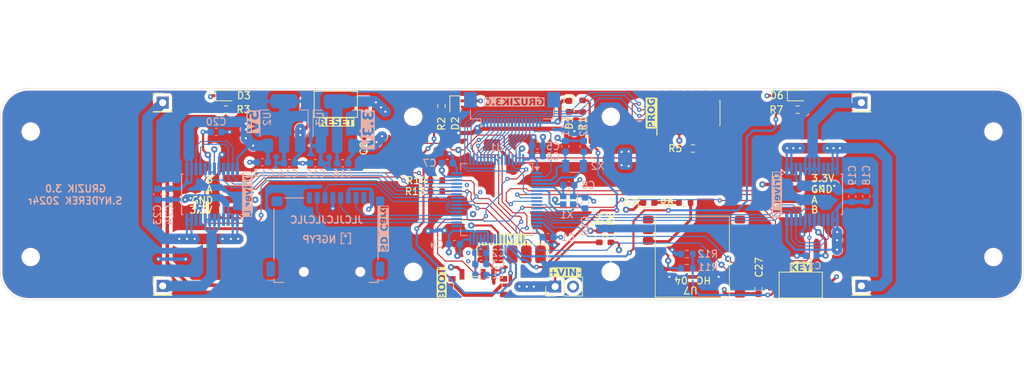
<source format=kicad_pcb>
(kicad_pcb (version 20240108) (generator "pcbnew") (generator_version "8.0")
  (layers (0 "F.Cu" signal) (1 "In1.Cu" signal) (2 "In2.Cu" signal) (31 "B.Cu" signal) (34 "B.Paste" user) (35 "F.Paste" user) (36 "B.SilkS" user "B.Silkscreen") (37 "F.SilkS" user "F.Silkscreen") (38 "B.Mask" user) (39 "F.Mask" user) (44 "Edge.Cuts" user))
  (net 0 "")
  (net 1 "GND")
  (net 2 "+3V3")
  (net 3 "VREF+")
  (net 4 "/HSE_IN")
  (net 5 "NRST")
  (net 6 "/HSE_OUT")
  (net 7 "/LSE_IN")
  (net 8 "/LSE_OUT")
  (net 9 "VDC")
  (net 10 "+5V")
  (net 11 "Net-(D1-A)")
  (net 12 "Net-(D2-A)")
  (net 13 "Net-(D3-A)")
  (net 14 "Net-(D6-A)")
  (net 15 "Net-(D7-A)")
  (net 16 "ENC_L_B")
  (net 17 "ENC_L_A")
  (net 18 "ENC_R_B")
  (net 19 "ENC_R_A")
  (net 20 "I2C3_SCL")
  (net 21 "I2C3_SDA")
  (net 22 "I2C3_IMU_INT")
  (net 23 "SPI2_MOSI")
  (net 25 "SPI2_MISO")
  (net 26 "SPI2_CS")
  (net 27 "SPI2_CLK")
  (net 29 "Net-(Key_Button1-A)")
  (net 30 "Net-(P1-Pin_1)")
  (net 31 "Net-(P2-Pin_1)")
  (net 32 "Net-(P3-Pin_1)")
  (net 33 "Net-(P4-Pin_1)")
  (net 39 "SYS_JTCK_SWCLK")
  (net 40 "Net-(PROG2-Pin_11)")
  (net 42 "SYS_JTMS_SWDIO")
  (net 43 "SYS_JTDO_SWO")
  (net 44 "LED_1")
  (net 45 "LED_2")
  (net 46 "LED_3")
  (net 47 "ADC_IN2")
  (net 48 "LED_4")
  (net 49 "Net-(U7-LED)")
  (net 50 "Net-(U7-KEY)")
  (net 51 "LED_ON")
  (net 52 "SENSOR11")
  (net 53 "SENSOR4")
  (net 54 "SENSOR1")
  (net 55 "SENSOR5")
  (net 56 "SENSOR8")
  (net 57 "SENSOR7")
  (net 58 "SENSOR2")
  (net 59 "SENSOR3")
  (net 60 "SENSOR9")
  (net 61 "SENSOR12")
  (net 62 "SENSOR10")
  (net 63 "SENSOR6")
  (net 64 "BOOT0")
  (net 65 "PWM_R")
  (net 66 "Motor_R_B")
  (net 67 "Motor_L_A")
  (net 69 "Motor_R_A")
  (net 70 "Motor_STBY")
  (net 72 "LPUART1_RX")
  (net 74 "LPUART1_TX")
  (net 76 "PWM_L")
  (net 77 "Motor_L_B")
  (footprint "Connector_PinHeader_2.54mm:PinHeader_1x01_P2.54mm_Vertical" (layer "F.Cu") (at 123 102)
    (property "Reference" "P4" (hide yes))
    (property "Value" "Conn_01x01")
  )
  (footprint "Libraries_SN:Encoder_short_conn" (layer "F.Cu") (at 134.5 114.75 90)
    (property "Reference" "Encoder_L1" (hide yes))
    (property "Value" "Conn_01x04" (hide yes))
  )
  (footprint "MountingHole:MountingHole_2.1mm" (layer "F.Cu") (at 240.7 106.1)
    (property "Reference" "REF**" (hide yes))
    (property "Value" "MountingHole_2.1mm" (hide yes))
  )
  (footprint "LED_SMD:LED_0603_1608Metric" (layer "F.Cu") (at 132 101)
    (property "Reference" "D3")
    (property "Value" "BLUE")
  )
  (footprint "Resistor_SMD:R_0603_1608Metric" (layer "F.Cu") (at 196.975 116.175 180)
    (property "Reference" "R8")
    (property "Value" "510")
  )
  (footprint "Resistor_SMD:R_0603_1608Metric" (layer "F.Cu") (at 198.12 108.5)
    (property "Reference" "R5")
    (property "Value" "100R")
  )
  (footprint "MountingHole:MountingHole_2.1mm" (layer "F.Cu") (at 104.3 106.1)
    (property "Reference" "REF**" (hide yes))
    (property "Value" "MountingHole_2.1mm" (hide yes))
  )
  (footprint "Resistor_SMD:R_0603_1608Metric" (layer "F.Cu") (at 162.5 102.5 90)
    (property "Reference" "R2")
    (property "Value" "510R")
  )
  (footprint "Resistor_SMD:R_0603_1608Metric" (layer "F.Cu") (at 184.87 120.995 -90)
    (property "Reference" "R4")
    (property "Value" "330K")
  )
  (footprint "MountingHole:MountingHole_2.1mm" (layer "F.Cu") (at 104.3 123.9)
    (property "Reference" "REF**" (hide yes))
    (property "Value" "MountingHole_2.1mm" (hide yes))
  )
  (footprint "MountingHole:MountingHole_2.1mm" (layer "F.Cu") (at 158.5 126)
    (property "Reference" "REF**" (hide yes))
    (property "Value" "MountingHole_2.1mm" (hide yes))
  )
  (footprint "LED_SMD:LED_0603_1608Metric" (layer "F.Cu") (at 213 101)
    (property "Reference" "D6")
    (property "Value" "BLUE")
  )
  (footprint "Capacitor_SMD:C_0603_1608Metric" (layer "F.Cu") (at 207.41 128.35 -90)
    (property "Reference" "C27")
    (property "Value" "1u")
  )
  (footprint "MountingHole:MountingHole_2.1mm" (layer "F.Cu") (at 158.5 104)
    (property "Reference" "REF**" (hide yes))
    (property "Value" "MountingHole_2.1mm" (hide yes))
  )
  (footprint "MountingHole:MountingHole_2.1mm" (layer "F.Cu") (at 186.5 126)
    (property "Reference" "REF**" (hide yes))
    (property "Value" "MountingHole_2.1mm" (hide yes))
  )
  (footprint "Resistor_SMD:R_0603_1608Metric" (layer "F.Cu") (at 182.5 102.5 90)
    (property "Reference" "R1")
    (property "Value" "510R")
  )
  (footprint "Connector_PinHeader_1.27mm:PinHeader_2x07_P1.27mm_Vertical_SMD" (layer "F.Cu") (at 197.46 103.45 90)
    (property "Reference" "PROG")
    (property "Value" "Conn_02x07_Odd_Even")
  )
  (footprint "Connector_PinHeader_2.54mm:PinHeader_1x01_P2.54mm_Vertical" (layer "F.Cu") (at 222 128)
    (property "Reference" "P2" (hide yes))
    (property "Value" "Conn_01x01")
  )
  (footprint "Connector_PinHeader_2.54mm:PinHeader_1x01_P2.54mm_Vertical" (layer "F.Cu") (at 123 128)
    (property "Reference" "P3" (hide yes))
    (property "Value" "Conn_01x01")
  )
  (footprint "Capacitor_SMD:C_0603_1608Metric" (layer "F.Cu") (at 151.5 106 90)
    (property "Reference" "C9")
    (property "Value" "100n")
  )
  (footprint "MountingHole:MountingHole_2.1mm" (layer "F.Cu") (at 186.5 104)
    (property "Reference" "REF**" (hide yes))
    (property "Value" "MountingHole_2.1mm" (hide yes))
  )
  (footprint "LED_SMD:LED_0603_1608Metric" (layer "F.Cu") (at 180.57 102.5275 -90)
    (property "Reference" "D1")
    (property "Value" "BLUE")
  )
  (footprint "Resistor_SMD:R_0603_1608Metric" (layer "F.Cu") (at 161.775 113.05)
    (property "Reference" "R14")
    (property "Value" "10K")
  )
  (footprint "LED_SMD:LED_0603_1608Metric" (layer "F.Cu") (at 191.87 116.18)
    (property "Reference" "D7")
    (property "Value" "Green")
  )
  (footprint "Resistor_SMD:R_0603_1608Metric" (layer "F.Cu") (at 161.775 114.6)
    (property "Reference" "R13")
    (property "Value" "10K")
  )
  (footprint "Connector_PinHeader_2.54mm:PinHeader_1x02_P2.54mm_Vertical" (layer "F.Cu") (at 178.61 128.09 90)
    (property "Reference" "+VIN-")
    (property "Value" "+VIN-" (hide yes))
  )
  (footprint "Button_Switch_SMD:SW_SPST_CK_RS282G05A3" (layer "F.Cu") (at 213.4 127.89)
    (property "Reference" "KEY")
    (property "Value" "SW_SPST")
  )
  (footprint "Resistor_SMD:R_0603_1608Metric" (layer "F.Cu") (at 212.95 103 180)
    (property "Reference" "R7")
    (property "Value" "510R")
  )
  (footprint "LED_SMD:LED_0603_1608Metric" (layer "F.Cu") (at 164.42 102.5275 -90)
    (property "Reference" "D2")
    (property "Value" "BLUE")
  )
  (footprint "Button_Switch_SMD:SW_SPST_CK_RS282G05A3" (layer "F.Cu") (at 147.525 102.225)
    (property "Reference" "RESET")
    (property "Value" "SW_SPST")
  )
  (footprint "Resistor_SMD:R_0603_1608Metric" (layer "F.Cu") (at 131.95 102.975 180)
    (property "Reference" "R3")
    (property "Value" "510R")
  )
  (footprint "Resistor_SMD:R_0603_1608Metric" (layer "F.Cu") (at 186.5 121 90)
    (property "Reference" "R6")
    (property "Value" "200K")
  )
  (footprint "Libraries_SN:IMU_conn" (layer "F.Cu") (at 171.025 123.525)
    (property "Reference" "IMU")
    (property "Value" "Conn_01x05")
  )
  (footprint "Connector_PinHeader_2.54mm:PinHeader_1x01_P2.54mm_Vertical" (layer "F.Cu") (at 222 102)
    (property "Reference" "P1" (hide yes))
    (property "Value" "Conn_01x01")
  )
  (footprint "MountingHole:MountingHole_2.1mm" (layer "F.Cu") (at 240.7 123.9)
    (property "Reference" "REF**" (hide yes))
    (property "Value" "MountingHole_2.1mm" (hide yes))
  )
  (footprint "Button_Switch_SMD:SW_SPDT_PCM12" (layer "F.Cu") (at 167.65 127.78)
    (property "Reference" "BOOT")
    (property "Value" "SW_DPDT_x2")
  )
  (footprint "HC-04:HC-04" (layer "F.Cu") (at 204.79 136.1 90)
    (property "Reference" "U7")
    (property "Value" "~")
  )
  (footprint "Libraries_SN:Encoder_short_conn" (layer "F.Cu") (at 210.5 115.25 -90)
    (property "Reference" "Encoder_L2" (hide yes))
    (property "Value" "Conn_01x04" (hide yes))
  )
  (footprint "Crystal:Crystal_SMD_3215-2Pin_3.2x1.5mm" (layer "B.Cu") (at 181.35 111)
    (property "Reference" "X2")
    (property "Value" "32.768KHz")
  )
  (footprint "Capacitor_SMD:C_0603_1608Metric" (layer "B.Cu") (at 180.05 108.2 -90)
    (property "Reference" "C11")
    (property "Value" "5p1")
  )
  (footprint "Capacitor_SMD:C_0603_1608Metric" (layer "B.Cu") (at 177.6 121.075)
    (property "Reference" "C1")
    (property "Value" "100n")
  )
  (footprint "Capacitor_SMD:C_0603_1608Metric" (layer "B.Cu") (at 214.884 123.698)
    (property "Reference" "C17")
    (property "Value" "100n")
  )
  (footprint "Capacitor_SMD:C_0603_1608Metric" (layer "B.Cu") (at 148.5 110.6)
    (property "Reference" "C16")
    (property "Value" "10u")
  )
  (footprint "Capacitor_SMD:C_0603_1608Metric" (layer "B.Cu") (at 122.25 115 -90)
    (property "Reference" "C23")
    (property "Value" "100n")
  )
  (footprint "Capacitor_SMD:C_0603_1608Metric" (layer "B.Cu") (at 222.7 115.3 90)
    (property "Reference" "C18")
    (property "Value" "100n")
  )
  (footprint "Capacitor_SMD:C_0603_1608Metric" (layer "B.Cu") (at 176.1 109.575)
    (property "Reference" "C6")
    (property "Value" "100n")
  )
  (footprint "Capacitor_SMD:C_0603_1608Metric" (layer "B.Cu") (at 130.575 106.15 180)
    (property "Reference" "C20")
    (property "Value" "100n")
  )
  (footprint "Capacitor_SMD:C_0603_1608Metric" (layer "B.Cu") (at 182.85 116.225 -90)
    (property "Reference" "C10")
    (property "Value" "6p8")
  )
  (footprint "Capacitor_SMD:C_0603_1608Metric" (layer "B.Cu") (at 144.65 110.575 180)
    (property "Reference" "C15")
    (property "Value" "10u")
  )
  (footprint "Capacitor_SMD:C_0603_1608Metric" (layer "B.Cu") (at 168.075 123.3)
    (property "Reference" "C2")
    (property "Value" "100n")
  )
  (footprint "Capacitor_SMD:C_0603_1608Metric" (layer "B.Cu") (at 180.525 113.7 180)
    (property "Reference" "C8")
    (property "Value" "6p8")
  )
  (footprint "Capacitor_SMD:C_0603_1608Metric" (layer "B.Cu") (at 163.325 110.575 180)
    (property "Reference" "C7")
    (property "Value" "100n")
  )
  (footprint "Capacitor_SMD:C_0603_1608Metric" (layer "B.Cu") (at 176.1 108.075)
    (property "Reference" "C5")
    (property "Value" "100n")
  )
  (footprint "Capacitor_SMD:C_0603_1608Metric" (layer "B.Cu") (at 164.325 122.075 180)
    (property "Reference" "C4")
    (property "Value" "4u7")
  )
  (footprint "Package_SO:SSOP-24_5.3x8.2mm_P0.65mm" (layer "B.Cu") (at 130 115 90)
    (property "Reference" "Driver L")
    (property "Value" "TB6612FNG")
  )
  (footprint "Package_TO_SOT_SMD:SOT-223-3_TabPin2" (layer "B.Cu") (at 140.2 104.95 90)
    (property "Reference" "U2")
    (property "Value" "AMS1117-5.0")
  )
  (footprint "Resistor_SMD:R_0603_1608Metric" (layer "B.Cu") (at 197.275 125.475)
    (property "Reference" "R11")
    (property "Value" "220")
  )
  (footprint "Capacitor_SMD:C_0603_1608Metric" (layer "B.Cu") (at 168.075 124.875)
    (property "Reference" "C3")
    (property "Value" "1u")
  )
  (footprint "Capacitor_SMD:C_0603_1608Metric" (layer "B.Cu") (at 182.65 108.2 -90)
    (property "Reference" "C12")
    (property "Value" "5p1")
  )
  (footprint "Capacitor_SMD:C_0603_1608Metric" (layer "B.Cu") (at 140.95 110.575)
    (property "Reference" "C14")
    (property "Value" "10u")
  )
  (footprint "Package_TO_SOT_SMD:SOT-223-3_TabPin2" (layer "B.Cu") (at 147.725 104.975 90)
    (property "Reference" "U3")
    (property "Value" "AMS1117-3.3")
  )
  (footprint "Crystal:Crystal_SMD_2016-4Pin_2.0x1.6mm" (layer "B.Cu") (at 180.45 115.85 180)
    (property "Reference" "X1")
    (property "Value" "24Mhz")
  )
  (footprint "Capacitor_SMD:C_0603_1608Metric" (layer "B.Cu") (at 123.95 114.975 -90)
    (property "Reference" "C24")
    (property "Value" "10u")
  )
  (footprint "Connector_FFC-FPC:Hirose_FH12-17S-0.5SH_1x17-1MP_P0.50mm_Horizontal" (layer "B.Cu") (at 172.5 103)
    (property "Reference" "GRUZIK3.0")
    (property "Value" "Conn_01x17")
  )
  (footprint "Package_QFP:LQFP-64_10x10mm_P0.5mm" (layer "B.Cu") (at 170.325 115.75 180)
    (property "Reference" "U1")
    (property "Value" "STM32G474RETx")
  )
  (footprint "Resistor_SMD:R_0603_1608Metric" (layer "B.Cu") (at 197.275 123.475 180)
    (property "Reference" "R12")
    (property "Value" "10K")
  )
  (footprint "Package_SO:SSOP-24_5.3x8.2mm_P0.65mm" (layer "B.Cu") (at 215 115 -90)
    (property "Reference" "Driver R")
    (property "Value" "TB6612FNG")
  )
  (footprint "Libraries_SN:micro_SD" (layer "B.Cu") (at 146.5 122.5)
    (property "Reference" "SD_Card")
    (property "Value" "Micro_SD_Card")
  )
  (footprint "Capacitor_SMD:C_0603_1608Metric" (layer "B.Cu") (at 137.125 110.45 180)
    (property "Reference" "C13")
    (property "Value" "10u")
  )
  (footprint "Capacitor_SMD:C_0603_1608Metric" (layer "B.Cu") (at 220.7 115.3 90)
    (property "Reference" "C19")
    (property "Value" "10u")
  )
  (footprint "Inductor_SMD:L_0603_1608Metric" (layer "B.Cu") (at 168.0875 126.45)
    (property "Reference" "L1")
    (property "Value" "27n")
  )
  (gr_line (start 135.7 117.6) (end 134.4 117.6) (stroke (width 0.15)) (layer "B.SilkS"))
  (gr_line (start 149.6 122) (end 149.6 120.5) (stroke (width 0.16)) (layer "B.SilkS"))
  (gr_line (start 149.6 120.5) (end 149.2 120.5) (stroke (width 0.16)) (layer "B.SilkS"))
  (gr_line (start 153.7 121.1) (end 153.7 120.3) (stroke (width 0.12)) (layer "B.SilkS"))
  (gr_line (start 148.3 120.5) (end 148.3 122) (stroke (width 0.16)) (layer "B.SilkS"))
  (gr_line (start 176.3 102.5) (end 169.3 102.5) (stroke (width 0.1)) (layer "B.SilkS"))
  (gr_line (start 153.6 122.9) (end 155 122.9) (stroke (width 0.1)) (layer "B.SilkS"))
  (gr_line (start 209.35 117.6) (end 209.35 112.5) (stroke (width 0.15)) (layer "B.SilkS"))
  (gr_line (start 148.3 120.5) (end 148.7 120.5) (stroke (width 0.16)) (layer "B.SilkS"))
  (gr_line (start 155 117) (end 153.5 117) (stroke (width 0.1)) (layer "B.SilkS"))
  (gr_line (start 176.3 101.2) (end 176.3 102.5) (stroke (width 0.1)) (layer "B.SilkS"))
  (gr_line (start 135.7 112.5) (end 135.7 117.6) (stroke (width 0.15)) (layer "B.SilkS"))
  (gr_line (start 210.65 117.6) (end 209.35 117.6) (stroke (width 0.15)) (layer "B.SilkS"))
  (gr_line (start 149.3 122) (end 149.6 122) (stroke (width 0.16)) (layer "B.SilkS"))
  (gr_line (start 155 122.9) (end 155 117) (stroke (width 0.1)) (layer "B.SilkS"))
  (gr_line (start 209.35 112.5) (end 210.65 112.5) (stroke (width 0.15)) (layer "B.SilkS"))
  (gr_line (start 169.3 101.2) (end 176.3 101.2) (stroke (width 0.1)) (layer "B.SilkS"))
  (gr_line (start 148.7 120.9) (end 149.1 120.9) (stroke (width 0.16)) (layer "B.SilkS"))
  (gr_line (start 148.3 122) (end 148.7 122) (stroke (width 0.16)) (layer "B.SilkS"))
  (gr_line (start 134.4 112.5) (end 135.7 112.5) (stroke (width 0.15)) (layer "B.SilkS"))
  (gr_line (start 169.3 102.5) (end 169.3 101.2) (stroke (width 0.1)) (layer "B.SilkS"))
  (gr_line (start 148.9 120.7) (end 148.9 121) (stroke (width 0.16)) (layer "B.SilkS"))
  (gr_line (start 148.9 120.9) (end 148.9 121.1) (stroke (width 0.16)) (layer "B.SilkS"))
  (gr_line (start 171.05 120.625) (end 174.125 120.625) (stroke (width 0.1)) (layer "F.SilkS"))
  (gr_line (start 167.95 122.1) (end 168.2 122.1) (stroke (width 0.16)) (layer "F.SilkS"))
  (gr_line (start 178.1 125.4) (end 178.1 126.7) (stroke (width 0.1)) (layer "F.SilkS"))
  (gr_line (start 174.125 120.625) (end 174.125 122.075) (stroke (width 0.1)) (layer "F.SilkS"))
  (gr_line (start 212.1 124.7) (end 212.1 126) (stroke (width 0.13)) (layer "F.SilkS"))
  (gr_line (start 161.875 125.65) (end 161.875 129.5) (stroke (width 0.13)) (layer "F.SilkS"))
  (gr_line (start 192.9 101.4) (end 191.5 101.4) (stroke (width 0.15)) (layer "F.SilkS"))
  (gr_line (start 161.875 129.5) (end 163.175 129.5) (stroke (width 0.13)) (layer "F.SilkS"))
  (gr_line (start 167.525 122.525) (end 167.95 122.1) (stroke (width 0.16)) (layer "F.SilkS"))
  (gr_line (start 193.02 101.4) (end 193.02 101.4) (stroke (width 0.15)) (layer "F.SilkS"))
  (gr_line (start 163.175 129.5) (end 163.175 125.65) (stroke (width 0.13)) (layer "F.SilkS"))
  (gr_line (start 214.7 126) (end 214.7 124.7) (stroke (width 0.13)) (layer "F.SilkS"))
  (gr_line (start 178.1 126.7) (end 181.9 126.7) (stroke (width 0.1)) (layer "F.SilkS"))
  (gr_line (start 193.02 106.54) (end 193.02 101.4) (stroke (width 0.1)) (layer "F.SilkS"))
  (gr_line (start 191.5 105.5) (end 192.9 105.5) (stroke (width 0.15)) (layer "F.SilkS"))
  (gr_line (start 177.1 122.1) (end 168.2 122.1) (stroke (width 0.16)) (layer "F.SilkS"))
  (gr_line (start 177.525 122.525) (end 177.1 122.1) (stroke (width 0.16)) (layer "F.SilkS"))
  (gr_line (start 193.02 101.4) (end 193.02 106.6) (stroke (width 0.15)) (layer "F.SilkS"))
  (gr_line (start 163.175 125.65) (end 163.125 125.65) (stroke (width 0.1)) (layer "F.SilkS"))
  (gr_line (start 214.7 124.7) (end 212.1 124.7) (stroke (width 0.13)) (layer "F.SilkS"))
  (gr_line (start 192.9 105.5) (end 192.9 101.4) (stroke (width 0.15)) (layer "F.SilkS"))
  (gr_line (start 163.15 125.65) (end 161.875 125.65) (stroke (width 0.13)) (layer "F.SilkS"))
  (gr_line (start 181.9 125.4) (end 178.1 125.4) (stroke (width 0.1)) (layer "F.SilkS"))
  (gr_line (start 191.5 101.4) (end 191.5 105.5) (stroke (width 0.15)) (layer "F.SilkS"))
  (gr_line (start 171.05 122.05) (end 171.05 120.625) (stroke (width 0.1)) (layer "F.SilkS"))
  (gr_line (start 181.9 126.7) (end 181.9 125.4) (stroke (width 0.1)) (layer "F.SilkS"))
  (gr_line (start 193.02 101.4) (end 192.7 101.4) (stroke (width 0.15)) (layer "F.SilkS"))
  (gr_arc (start 241 100) (mid 243.828427 101.171573) (end 245 104) (stroke (width 0.05)) (layer "Edge.Cuts"))
  (gr_arc (start 100 104) (mid 101.171573 101.171573) (end 104 100) (stroke (width 0.05)) (layer "Edge.Cuts"))
  (gr_line (start 245 104) (end 245 126) (stroke (width 0.05)) (layer "Edge.Cuts"))
  (gr_line (start 241 130) (end 104 130) (stroke (width 0.05)) (layer "Edge.Cuts"))
  (gr_arc (start 245 126) (mid 243.828427 128.828427) (end 241 130) (stroke (width 0.05)) (layer "Edge.Cuts"))
  (gr_line (start 100 126) (end 100 104) (stroke (width 0.05)) (layer "Edge.Cuts"))
  (gr_line (start 104 100) (end 241 100) (stroke (width 0.05)) (layer "Edge.Cuts"))
  (gr_arc (start 104 130) (mid 101.171573 128.828427) (end 100 126) (stroke (width 0.05)) (layer "Edge.Cuts"))
  (gr_text "JLCJLCJLCJLC" (at 151.5 119.2 0) (layer "B.SilkS") (effects (font (size 1 1) (thickness 0.2) (bold yes)) (justify left bottom mirror)))
  (gr_text "S.NYDEREK 2024r" (at 117.4 116.5 0) (layer "B.SilkS") (effects (font (size 1 1) (thickness 0.2) (bold yes)) (justify left bottom mirror)))
  (gr_text "GRUZIK 3.0" (at 115.1 114.8 0) (layer "B.SilkS") (effects (font (size 1 1) (thickness 0.2) (bold yes)) (justify left bottom mirror)))
  (gr_text "5V" (at 136.82 103.09 90) (layer "B.SilkS" knockout) (effects (font (size 1.5 1.5) (thickness 0.3) (bold yes)) (justify left bottom mirror)))
  (gr_text "3.3V" (at 153.11 103.12 90) (layer "B.SilkS" knockout) (effects (font (size 1.5 1.5) (thickness 0.3) (bold yes)) (justify left bottom mirror)))
  (gr_text "NGFYP" (at 147.7 122 0) (layer "B.SilkS") (effects (font (size 1 1) (thickness 0.2) (bold yes)) (justify left bottom mirror)))
  (gr_text "B" (at 129.64 112.89 0) (layer "F.SilkS") (effects (font (size 1 1) (thickness 0.17) (bold yes))))
  (gr_text "B" (at 215.37 117.19 0) (layer "F.SilkS") (effects (font (size 1 1) (thickness 0.17) (bold yes))))
  (gr_text "GND" (at 128.62 115.86 0) (layer "F.SilkS") (effects (font (size 1 1) (thickness 0.17) (bold yes))))
  (gr_text "3.3V" (at 216.52 112.74 0) (layer "F.SilkS") (effects (font (size 1 1) (thickness 0.17) (bold yes))))
  (gr_text "3.3V" (at 128.42 117.22 0) (layer "F.SilkS") (effects (font (size 1 1) (thickness 0.17) (bold yes))))
  (gr_text "GND" (at 216.39 114.29 0) (layer "F.SilkS") (effects (font (size 1 1) (thickness 0.17) (bold yes))))
  (gr_text "A" (at 129.61 114.27 0) (layer "F.SilkS") (effects (font (size 1 1) (thickness 0.17) (bold yes))))
  (gr_text "A" (at 215.34 115.79 0) (layer "F.SilkS") (effects (font (size 1 1) (thickness 0.17) (bold yes))))
  (segment (start 187.65 122.05) (end 187.425 121.825) (width 0.3) (layer "F.Cu") (net 1))
  (segment (start 196.19 107.365) (end 196.2 107.375) (width 0.3) (layer "F.Cu") (net 1))
  (segment (start 151.5 106.775) (end 151.5 107.82) (width 0.5) (layer "F.Cu") (net 1))
  (segment (start 178.9625 104.6875) (end 179.275 104.375) (width 0.5) (layer "F.Cu") (net 1))
  (segment (start 170.525 123.525) (end 170.525 120.4) (width 0.3) (layer "F.Cu") (net 1))
  (segment (start 170.525 120.4) (end 169.55 119.425) (width 0.3) (layer "F.Cu") (net 1))
  (segment (start 196.638 108.5) (end 197.295 108.5) (width 0.3) (layer "F.Cu") (net 1))
  (segment (start 143.625 105.275) (end 143.2 105.7) (width 0.5) (layer "F.Cu") (net 1))
  (segment (start 179.275 104.375) (end 179.275 102.125) (width 0.5) (layer "F.Cu") (net 1))
  (segment (start 179.275 102.125) (end 179.66 101.74) (width 0.5) (layer "F.Cu") (net 1))
  (segment (start 189.7 117.175) (end 190.695 116.18) (width 0.4) (layer "F.Cu") (net 1))
  (segment (start 163.85 125.35) (end 163.825 125.325) (width 0.4) (layer "F.Cu") (net 1))
  (segment (start 216.916 123.698) (end 216.916 121.412) (width 0.4) (layer "F.Cu") (net 1))
  (segment (start 129.8 101.15) (end 129.775 101.15) (width 0.4) (layer "F.Cu") (net 1))
  (segment (start 207.41 129.125) (end 204.865 129.125) (width 0.5) (layer "F.Cu") (net 1))
  (segment (start 164.42 101.74) (end 168.04 101.74) (width 0.4) (layer "F.Cu") (net 1))
  (segment (start 168.05 101.75) (end 168.06 101.74) (width 0.4) (layer "F.Cu") (net 1))
  (segment (start 208.625 101.025) (end 208.6 101) (width 0.4) (layer "F.Cu") (net 1))
  (segment (start 188.65 117.175) (end 189.7 117.175) (width 0.4) (layer "F.Cu") (net 1))
  (segment (start 128.725 108.725) (end 128.725 106.175) (width 0.3) (layer "F.Cu") (net 1))
  (segment (start 169.55 119.425) (end 166.725 119.425) (width 0.3) (layer "F.Cu") (net 1))
  (segment (start 202.84 129.2) (end 204.79 129.2) (width 0.5) (layer "F.Cu") (net 1))
  (segment (start 179.66 101.74) (end 180.57 101.74) (width 0.5) (layer "F.Cu") (net 1))
  (segment (start 129.775 101.15) (end 129.775 101.175) (width 0.4) (layer "F.Cu") (net 1))
  (segment (start 196.19 107.385) (end 196.19 108.052) (width 0.3) (layer "F.Cu") (net 1))
  (segment (start 196.2 107.375) (end 196.19 107.385) (width 0.3) (layer "F.Cu") (net 1))
  (segment (start 168.04 101.74) (end 168.05 101.75) (width 0.4) (layer "F.Cu") (net 1))
  (segment (start 187.65 122.9) (end 187.65 122.05) (width 0.3) (layer "F.Cu") (net 1))
  (segment (start 143.2 105.7) (end 142.51 105.7) (width 0.5) (layer "F.Cu") (net 1))
  (segment (start 196.19 108.052) (end 196.638 108.5) (width 0.3) (layer "F.Cu") (net 1))
  (segment (start 212.2125 101) (end 208.65 101) (width 0.4) (layer "F.Cu") (net 1))
  (segment (start 207.975 113.6) (end 209.353122 113.6) (width 0.5) (layer "F.Cu") (net 1))
  (segment (start 202.57 128.5) (end 202.57 128.93) (width 0.5) (layer "F.Cu") (net 1))
  (segment (start 143.625 102.225) (end 143.625 105.275) (width 0.5) (layer "F.Cu") (net 1))
  (segment (start 196.19 105.4) (end 196.19 107.365) (width 0.3) (layer "F.Cu") (net 1))
  (segment (start 197.46 105.4) (end 196.19 105.4) (width 0.3) (layer "F.Cu") (net 1))
  (segment (start 208.65 101) (end 208.625 101.025) (width 0.4) (layer "F.Cu") (net 1))
  (segment (start 209.353122 113.6) (end 210.003122 114.25) (width 0.5) (layer "F.Cu") (net 1))
  (segment (start 151.5 107.82) (end 151.81 108.13) (width 0.5) (layer "F.Cu") (net 1))
  (segment (start 187.425 121.825) (end 186.5 121.825) (width 0.3) (layer "F.Cu") (net 1))
  (segment (start 210.003122 114.25) (end 212.97 114.25) (width 0.5) (layer "F.Cu") (net 1))
  (segment (start 216.916 121.412) (end 215.9 120.396) (width 0.4) (layer "F.Cu") (net 1))
  (segment (start 217.3 127.875) (end 218.475 126.7) (width 0.4) (layer "F.Cu") (net 1))
  (segment (start 131.2125 101) (end 129.95 101) (width 0.4) (layer "F.Cu") (net 1))
  (segment (start 190.695 116.18) (end 191.0825 116.18) (width 0.4) (layer "F.Cu") (net 1))
  (segment (start 202.57 128.93) (end 202.84 129.2) (width 0.5) (layer "F.Cu") (net 1))
  (segment (start 129.95 101) (end 129.8 101.15) (width 0.4) (layer "F.Cu") (net 1))
  (segment (start 136.08 115.75) (end 132 115.75) (width 0.5) (layer "F.Cu") (net 1))
  (segment (start 164.75 125.35) (end 163.85 125.35) (width 0.4) (layer "F.Cu") (net 1))
  (segment (start 136.11 115.78) (end 136.08 115.75) (width 0.5) (layer "F.Cu") (net 1))
  (segment (start 129.4 109.4) (end 128.725 108.725) (width 0.3) (layer "F.Cu") (net 1))
  (segment (start 165.4 126) (end 164.75 125.35) (width 0.4) (layer "F.Cu") (net 1))
  (via (at 178.95 107) (size 0.9) (drill 0.4) (layers "F.Cu" "B.Cu") (net 1))
  (via (at 196.2 107.375) (size 0.9) (drill 0.4) (layers "F.Cu" "B.Cu") (net 1))
  (via (at 187.65 122.9) (size 0.9) (drill 0.4) (layers "F.Cu" "B.Cu") (net 1))
  (via (at 162.55 111.6) (size 0.9) (drill 0.4) (layers "F.Cu" "B.Cu") (net 1))
  (via (at 218.16 113.79) (size 0.7) (drill 0.3) (layers "F.Cu" "B.Cu") (net 1))
  (via (at 207.975 113.6) (size 0.9) (drill 0.4) (layers "F.Cu" "B.Cu") (net 1))
  (via (at 166.3 123.3) (size 0.6) (drill 0.26) (layers "F.Cu" "B.Cu") (net 1))
  (via (at 135.33 110.45) (size 0.7) (drill 0.3) (layers "F.Cu" "B.Cu") (net 1))
  (via (at 178.6 115.762347) (size 0.9) (drill 0.4) (layers "F.Cu" "B.Cu") (net 1))
  (via (at 168.05 101.75) (size 0.7) (drill 0.3) (layers "F.Cu" "B.Cu") (net 1))
  (via (at 202.57 128.5) (size 0.7) (drill 0.3) (layers "F.Cu" "B.Cu") (net 1))
  (via (at 215.9 120.396) (size 0.9) (drill 0.4) (layers "F.Cu" "B.Cu") (net 1))
  (via (at 215.41 113.79) (size 0.7) (drill 0.3) (layers "F.Cu" "B.Cu") (net 1))
  (via (at 166.1 113.7) (size 0.6) (drill 0.26) (layers "F.Cu" "B.Cu") (net 1))
  (via (at 154.09 106.76) (size 0.7) (drill 0.3) (layers "F.Cu" "B.Cu") (net 1))
  (via (at 163.55 123.225) (size 0.9) (drill 0.4) (layers "F.Cu" "B.Cu") (net 1))
  (via (at 128.225 115.6) (size 0.7) (drill 0.3) (layers "F.Cu" "B.Cu") (net 1))
  (via (at 188.65 117.175) (size 0.9) (drill 0.4) (layers "F.Cu" "B.Cu") (net 1))
  (via (at 208.625 101.025) (size 0.7) (drill 0.3) (layers "F.Cu" "B.Cu") (net 1))
  (via (at 216.916 123.698) (size 0.9) (drill 0.4) (layers "F.Cu" "B.Cu") (net 1))
  (via (at 129.775 101.15) (size 0.7) (drill 0.3) (layers "F.Cu" "B.Cu") (net 1))
  (via (at 216.48 113.79) (size 0.7) (drill 0.3) (layers "F.Cu" "B.Cu") (net 1))
  (via (at 126.95 115.55) (size 0.7) (drill 0.3) (layers "F.Cu" "B.Cu") (net 1))
  (via (at 142.5 106.59) (size 0.7) (drill 0.3) (layers "F.Cu" "B.Cu") (net 1))
  (via (at 126.175 115.775) (size 0.7) (drill 0.3) (layers "F.Cu" "B.Cu") (net 1))
  (via (at 182.11 112.93) (size 0.7) (drill 0.3) (layers "F.Cu" "B.Cu") (net 1))
  (via (at 178.9625 104.6875) (size 0.9) (drill 0.4) (layers "F.Cu" "B.Cu") (net 1))
  (via (at 179.39 121.1) (size 0.7) (drill 0.3) (layers "F.Cu" "B.Cu") (net 1))
  (via (at 152.19 117.13) (size 0.7) (drill 0.3) (layers "F.Cu" "B.Cu") (net 1))
  (via (at 184.07 115.99) (size 0.7) (drill 0.3) (layers "F.Cu" "B.Cu") (net 1))
  (via (at 128.225 116.65) (size 0.7) (drill 0.3) (layers "F.Cu" "B.Cu") (net 1))
  (via (at 151.81 108.13) (size 0.7) (drill 0.3) (layers "F.Cu" "B.Cu") (net 1))
  (via (at 176.875571 106.875026) (size 0.9) (drill 0.4) (layers "F.Cu" "B.Cu") (net 1))
  (via (at 168 114.7) (size 0.6) (drill 0.26) (layers "F.Cu" "B.Cu") (net 1))
  (via (at 153.3 107.59) (size 0.7) (drill 0.3) (layers "F.Cu" "B.Cu") (net 1))
  (via (at 129.4 109.4) (size 0.9) (drill 0.4) (layers "F.Cu" "B.Cu") (net 1))
  (via (at 142.83 110.6) (size 0.7) (drill 0.3) (layers "F.Cu" "B.Cu") (net 1))
  (via (at 163.85 125.35) (size 0.9) (drill 0.4) (layers "F.Cu" "B.Cu") (net 1))
  (via (at 166.98 117.82) (size 0.9) (drill 0.4) (layers "F.Cu" "B.Cu") (net 1))
  (via (at 166.3 124.5) (size 0.6) (drill 0.26) (layers "F.Cu" "B.Cu") (net 1))
  (via (at 142.51 105.7) (size 0.7) (drill 0.3) (layers "F.Cu" "B.Cu") (net 1))
  (via (at 136.11 115.78) (size 0.9) (drill 0.4) (layers "F.Cu" "B.Cu") (net 1))
  (via (at 128.725 106.175) (size 0.7) (drill 0.3) (layers "F.Cu" "B.Cu") (net 1))
  (via (at 173.912653 108.512653) (size 0.9) (drill 0.4) (layers "F.Cu" "B.Cu") (net 1))
  (via (at 166.725 119.425) (size 0.9) (drill 0.4) (layers "F.Cu" "B.Cu") (net 1))
  (via (at 218.475 126.7) (size 0.7) (drill 0.3) (layers "F.Cu" "B.Cu") (net 1))
  (segment (start 217.23 113.79) (end 218.16 113.79) (width 1.5) (layer "B.Cu") (net 1))
  (segment (start 169.075 123.075) (end 169.075 121.425) (width 0.3) (layer "B.Cu") (net 1))
  (segment (start 173.887347 108.512653) (end 173.8 108.6) (width 0.3) (layer "B.Cu") (net 1))
  (segment (start 151.815 108.125) (end 152.775 108.125) (width 1.5) (layer "B.Cu") (net 1))
  (segment (start 218.895 114.525) (end 218.77 114.4) (width 0.5) (layer "B.Cu") (net 1))
  (segment (start 152.6 116.72) (end 152.19 117.13) (width 0.4) (layer "B.Cu") (net 1))
  (segment (start 163.55 123.225) (end 163.55 123.15) (width 0.3) (layer "B.Cu") (net 1))
  (segment (start 129.4 109.4) (end 129.4 109.35) (width 0.3) (layer "B.Cu") (net 1))
  (segment (start 212.725 111.4) (end 212.725 112.905) (width 0.3) (layer "B.Cu") (net 1))
  (segment (start 152.6 115.5) (end 152.6 114.4) (width 0.4) (layer "B.Cu") (net 1))
  (segment (start 167.32188 120.3) (end 168.82812 120.3) (width 0.3) (layer "B.Cu") (net 1))
  (segment (start 216.916 123.698) (end 215.659 123.698) (width 0.4) (layer "B.Cu") (net 1))
  (segment (start 132.275 116.55) (end 132 116.275) (width 0.3) (layer "B.Cu") (net 1))
  (segment (start 178.375 121.075) (end 179.365 121.075) (width 0.3) (layer "B.Cu") (net 1))
  (segment (start 149.275 109.975) (end 150.025 109.225) (width 0.5) (layer "B.Cu") (net 1))
  (segment (start 128.375 118.6) (end 128.375 117.25) (width 0.3) (layer "B.Cu") (net 1))
  (segment (start 149.3 114.5) (end 149.3 115.5) (width 0.4) (layer "B.Cu") (net 1))
  (segment (start 163.55 122.075) (end 163.55 123.225) (width 0.3) (layer "B.Cu") (net 1))
  (segment (start 213.375 113.115) (end 213.33 113.16) (width 0.3) (layer "B.Cu") (net 1))
  (segment (start 126.425 115.5) (end 126.9 115.5) (width 1) (layer "B.Cu") (net 1))
  (segment (start 142.83 110.6) (end 142.855 110.575) (width 0.5) (layer "B.Cu") (net 1))
  (segment (start 167.075 121.425) (end 167.075 120.54688) (width 0.3) (layer "B.Cu") (net 1))
  (segment (start 178.6 115.762347) (end 178.6 116.28) (width 0.3) (layer "B.Cu") (net 1))
  (segment (start 128.225 115.6) (end 128.225 116.65) (width 1) (layer "B.Cu") (net 1))
  (segment (start 152.775 108.125) (end 153.3 107.6) (width 1.5) (layer "B.Cu") (net 1))
  (segment (start 182.65 107.425) (end 180.05 107.425) (width 0.3) (layer "B.Cu") (net 1))
  (segment (start 131.625 116.65) (end 132 116.275) (width 0.3) (layer "B.Cu") (net 1))
  (segment (start 163.55 122.075) (end 163.55 120.75) (width 0.3) (layer "B.Cu") (net 1))
  (segment (start 142.5 106.59) (end 142.51 105.7) (width 1.5) (layer "B.Cu") (net 1))
  (segment (start 183.53 115.45) (end 182.85 115.45) (width 0.3) (layer "B.Cu") (net 1))
  (segment (start 128.375 117.25) (end 128.375 117.1) (width 0.3) (layer "B.Cu") (net 1))
  (segment (start 176 119) (end 176.87812 119) (width 0.3) (layer "B.Cu") (net 1))
  (segment (start 129.8 106.15) (end 128.75 106.15) (width 0.4) (layer "B.Cu") (net 1))
  (segment (start 168.85 124.875) (end 168.85 123.3) (width 0.3) (layer "B.Cu") (net 1))
  (segment (start 127 115.5) (end 128.225 115.5) (width 1) (layer "B.Cu") (net 1))
  (segment (start 176.875 106.875597) (end 176.875 108.125) (width 0.5) (layer "B.Cu") (net 1))
  (segment (start 220.7 114.525) (end 218.895 114.525) (width 0.5) (layer "B.Cu") (net 1))
  (segment (start 127.725 118.6) (end 127.725 117.225) (width 0.3) (layer "B.Cu") (net 1))
  (segment (start 132.275 118.6) (end 132.275 116.55) (width 0.3) (layer "B.Cu") (net 1))
  (segment (start 141.725 110.575) (end 141.725 109.95) (width 0.5) (layer "B.Cu") (net 1))
  (segment (start 169.075 120.54688) (end 169.075 121.425) (width 0.3) (layer "B.Cu") (net 1))
  (segment (start 167.21094 120.41094) (end 167.32188 120.3) (width 0.3) (layer "B.Cu") (net 1))
  (segment (start 122.275 115.75) (end 122.25 115.775) (width 0.5) (layer "B.Cu") (net 1))
  (segment (start 149.275 110.6) (end 149.275 109.975) (width 0.5) (layer "B.Cu") (net 1))
  (segment (start 173.825306 108.6) (end 173.912653 108.512653) (width 0.3) (layer "B.Cu") (net 1))
  (segment (start 128.375 117.1) (end 128.25 116.975) (width 0.3) (layer "B.Cu") (net 1))
  (segment (start 217.275 111.4) (end 217.275 113.745) (width 0.3) (layer "B.Cu") (net 1))
  (segment (start 126.175 115.775) (end 126.175 115.75) (width 0.5) (layer "B.Cu") (net 1))
  (segment (start 129.675 111.4) (end 129.675 109.625) (width 0.3) (layer "B.Cu") (net 1))
  (segment (start 222.7 114.525) (end 220.7 114.525) (width 0.5) (layer "B.Cu") (net 1))
  (segment (start 163.55 120.75) (end 164.1 120.2) (width 0.3) (layer "B.Cu") (net 1))
  (segment (start 176 104.85) (end 176.5 104.85) (width 0.3) (layer "B.Cu") (net 1))
  (segment (start 123.95 115.75) (end 126.175 115.775) (width 0.5) (layer "B.Cu") (net 1))
  (segment (start 164.1 120.2) (end 167 120.2) (width 0.3) (layer "B.Cu") (net 1))
  (segment (start 153.31 107.59) (end 154.09 106.81) (width 1.5) (layer "B.Cu") (net 1))
  (segment (start 216.625 111.4) (end 216.625 113.135) (width 0.3) (layer "B.Cu") (net 1))
  (segment (start 150.025 108.125) (end 151.805 108.125) (width 1.5) (layer "B.Cu") (net 1))
  (segment (start 131.625 118.6) (end 131.625 116.65) (width 0.3) (layer "B.Cu") (net 1))
  (segment (start 184.07 115.99) (end 183.53 115.45) (width 0.3) (layer "B.Cu") (net 1))
  (segment (start 128.225 115.5) (end 131.225 115.5) (width 1) (layer "B.Cu") (net 1))
  (segment (start 142.5 109.175) (end 142.5 108.1) (width 0.5) (layer "B.Cu") (net 1))
  (segment (start 181.3 113.7) (end 181.3 115.15) (width 0.3) (layer "B.Cu") (net 1))
  (segment (start 162.55 112.05) (end 163 112.5) (width 0.3) (layer "B.Cu") (net 1))
  (segment (start 128.725 106.175) (end 128.7 106.15) (width 0.4) (layer "B.Cu") (net 1))
  (segment (start 178.72 116.4) (end 179.75 116.4) (width 0.3) (layer "B.Cu") (net 1))
  (segment (start 179.39 121.1) (end 179.415 121.075) (width 0.3) (layer "B.Cu") (net 1))
  (segment (start 173.575 108.850306) (end 173.912653 108.512653) (width 0.3) (layer "B.Cu") (net 1))
  (segment (start 152.425 114.225) (end 149.575 114.225) (width 0.4) (layer "B.Cu") (net 1))
  (segment (start 142.805 110.575) (end 142.83 110.6) (width 0.5) (layer "B.Cu") (net 1))
  (segment (start 152.6 115.5) (end 152.6 116.72) (width 0.4) (layer "B.Cu") (net 1))
  (segment (start 176.87812 119) (end 178.375 120.49688) (width 0.3) (layer "B.Cu") (net 1))
  (segment (start 149.575 114.225) (end 149.3 114.5) (width 0.4) (layer "B.Cu") (net 1))
  (segment (start 168.82812 120.3) (end 169.075 120.54688) (width 0.3) (layer "B.Cu") (net 1))
  (segment (start 182.07 112.93) (end 181.3 113.7) (width 0.3) (layer "B.Cu") (net 1))
  (segment (start 129.45 109.4) (end 129.4 109.4) (width 0.3) (layer "B.Cu") (net 1))
  (segment (start 178.95 107) (end 179.375 107.425) (width 0.3) (layer "B.Cu") (net 1))
  (segment (start 178.9625 104.6875) (end 178.8 104.85) (width 0.3) (layer "B.Cu") (net 1))
  (segment (start 212.725 112.905) (end 213.06 113.24) (width 0.3) (layer "B.Cu") (net 1))
  (segment (start 141.725 110.575) (end 142.805 110.575) (width 0.5) (layer "B.Cu") (net 1))
  (segment (start 129.675 109.625) (end 129.45 109.4) (width 0.3) (layer "B.Cu") (net 1))
  (segment (start 179.365 121.075) (end 179.39 121.1) (width 0.3) (layer "B.Cu") (net 1))
  (segment (start 173.8 108.6) (end 173.825306 108.6) (width 0.3) (layer "B.Cu") (net 1))
  (segment (start 162.55 110.575) (end 162.55 112.05) (width 0.3) (layer "B.Cu") (net 1))
  (segment (start 176.875 108.125) (end 176.875 108.075) (width 0.5) (layer "B.Cu") (net 1))
  (segment (start 164.65 112.5) (end 163 112.5) (width 0.3) (layer "B.Cu") (net 1))
  (segment (start 128.75 106.15) (end 128.725 106.175) (width 0.4) (layer "B.Cu") (net 1))
  (segment (start 136.35 110.45) (end 135.33 110.45) (width 0.5) (layer "B.Cu") (net 1))
  (segment (start 216.48 113.79) (end 215.41 113.79) (width 1.5) (layer "B.Cu") (net 1))
  (segment (start 152.6 114.4) (end 152.425 114.225) (width 0.4) (layer "B.Cu") (net 1))
  (segment (start 218.16 113.79) (end 218.77 114.4) (width 1.5) (layer "B.Cu") (net 1))
  (segment (start 213.375 111.4) (end 213.375 113.115) (width 0.3) (layer "B.Cu") (net 1))
  (segment (start 167 120.2) (end 167.21094 120.41094) (width 0.3) (layer "B.Cu") (net 1))
  (segment (start 127.725 117.225) (end 127.975 116.975) (width 0.3) (layer "B.Cu") (net 1))
  (segment (start 167.075 120.54688) (end 167.21094 120.41094) (width 0.3) (layer "B.Cu") (net 1))
  (segment (start 142.855 110.575) (end 143.875 110.575) (width 0.5) (layer "B.Cu") (net 1))
  (segment (start 215.325 119.821) (end 215.325 118.6) (width 0.3) (layer "B.Cu") (net 1))
  (segment (start 150.025 109.225) (end 150.025 108.125) (width 0.5) (layer "B.Cu") (net 1))
  (segment (start 216.48 113.79) (end 217.23 113.79) (width 1.5) (layer "B.Cu") (net 1))
  (segment (start 131.225 115.5) (end 132 116.275) (width 1) (layer "B.Cu") (net 1))
  (segment (start 179.375 107.425) (end 180.05 107.425) (width 0.3) (layer "B.Cu") (net 1))
  (segment (start 215.41 113.79) (end 213.58 113.79) (width 1.5) (layer "B.Cu") (net 1))
  (segment (start 178.375 120.49688) (end 178.375 121.075) (width 0.3) (layer "B.Cu") (net 1))
  (segment (start 142.5 108.1) (end 142.5 106.59) (width 1.5) (layer "B.Cu") (net 1))
  (segment (start 182.11 112.93) (end 182.07 112.93) (width 0.3) (layer "B.Cu") (net 1))
  (segment (start 123.95 115.75) (end 122.275 115.75) (width 0.5) (layer "B.Cu") (net 1))
  (segment (start 215.9 120.396) (end 215.325 119.821) (width 0.3) (layer "B.Cu") (net 1))
  (segment (start 173.575 110.075) (end 173.575 108.850306) (width 0.3) (layer "B.Cu") (net 1))
  (segment (start 173.912653 108.512653) (end 173.887347 108.512653) (width 0.3) (layer "B.Cu") (net 1))
  (segment (start 141.725 109.95) (end 142.5 109.175) (width 0.5) (layer "B.Cu") (net 1))
  (segment (start 213.58 113.79) (end 213.57 113.78) (width 1.5) (layer "B.Cu") (net 1))
  (segment (start 178.8 104.85) (end 176.5 104.85) (width 0.3) (layer "B.Cu") (net 1))
  (segment (start 126.175 115.75) (end 126.425 115.5) (width 1) (layer "B.Cu") (net 1))
  (segment (start 176.875 108.075) (end 176.875 109.575) (width 0.5) (layer "B.Cu") (net 1))
  (segment (start 181.15 115.3) (end 182.7 115.3) (width 0.3) (layer "B.Cu") (net 1))
  (segment (start 176.875571 106.875026) (end 176.875 106.875597) (width 0.5) (layer "B.Cu") (net 1))
  (segment (start 178.6 116.28) (end 178.72 116.4) (width 0.3) (layer "B.Cu") (net 1))
  (segment (start 131.4 109.375) (end 132.475 108.3) (width 0.3) (layer "F.Cu") (net 2))
  (segment (start 212.852 123.698) (end 212.852 121.412) (width 0.4) (layer "F.Cu") (net 2))
  (segment (start 206.48 127.57) (end 206.29 127.57) (width 0.5) (layer "F.Cu") (net 2))
  (segment (start 170.03 125.8) (end 169.9 125.93) (width 0.3) (layer "F.Cu") (net 2))
  (segment (start 160.95 114.6) (end 160.95 113.05) (width 0.3) (layer "F.Cu") (net 2))
  (segment (start 169.9 125.5) (end 168.525 124.125) (width 0.3) (layer "F.Cu") (net 2))
  (segment (start 169.9 126.35) (end 169.9 125.5) (width 0.3) (layer "F.Cu") (net 2))
  (segment (start 168.525 124.125) (end 168.525 123.525) (width 0.3) (layer "F.Cu") (net 2))
  (segment (start 194.92 105.4) (end 194.92 107.58) (width 0.4) (layer "F.Cu") (net 2))
  (segment (start 212.852 121.412) (end 213.614 120.65) (width 0.4) (layer "F.Cu") (net 2))
  (segment (start 207.41 127.575) (end 206.485 127.575) (width 0.5) (layer "F.Cu") (net 2))
  (segment (start 193.56 108.94) (end 189.02 108.94) (width 0.4) (layer "F.Cu") (net 2))
  (segment (start 169.9 125.93) (end 169.9 126.35) (width 0.3) (layer "F.Cu") (net 2))
  (segment (start 132.475 108.3) (end 132.475 106.15) (width 0.3) (layer "F.Cu") (net 2))
  (segment (start 206.29 127.57) (end 206.16 127.7) (width 0.5) (layer "F.Cu") (net 2))
  (segment (start 171.2 125.8) (end 170.03 125.8) (width 0.3) (layer "F.Cu") (net 2))
  (segment (start 206.16 127.7) (end 204.79 127.7) (width 0.5) (layer "F.Cu") (net 2))
  (segment (start 194.92 107.58) (end 193.56 108.94) (width 0.4) (layer "F.Cu") (net 2))
  (via (at 131.4 109.375) (size 0.9) (drill 0.4) (layers "F.Cu" "B.Cu") (net 2))
  (via (at 154.55 103.28) (size 0.7) (drill 0.3) (layers "F.Cu" "B.Cu") (net 2))
  (via (at 212.852 123.698) (size 0.9) (drill 0.4) (layers "F.Cu" "B.Cu") (net 2))
  (via (at 195.19 122.87) (size 0.7) (drill 0.3) (layers "F.Cu" "B.Cu") (net 2))
  (via (at 171.2 125.8) (size 0.9) (drill 0.4) (layers "F.Cu" "B.Cu") (net 2))
  (via (at 189.01 111.01) (size 0.7) (drill 0.3) (layers "F.Cu" "B.Cu") (net 2))
  (via (at 147.1 117) (size 0.7) (drill 0.3) (layers "F.Cu" "B.Cu") (net 2))
  (via (at 153.94 102.68) (size 0.7) (drill 0.3) (layers "F.Cu" "B.Cu") (net 2))
  (via (at 163.63 109.25) (size 0.7) (drill 0.3) (layers "F.Cu" "B.Cu") (net 2))
  (via (at 126.25 124.2) (size 0.7) (drill 0.3) (layers "F.Cu" "B.Cu") (net 2))
  (via (at 162.925 120.125) (size 0.9) (drill 0.4) (layers "F.Cu" "B.Cu") (net 2))
  (via (at 132.475 106.15) (size 0.7) (drill 0.3) (layers "F.Cu" "B.Cu") (net 2))
  (via (at 178.525 122.2) (size 0.9) (drill 0.4) (layers "F.Cu" "B.Cu") (net 2))
  (via (at 153.21 101.95) (size 0.7) (drill 0.3) (layers "F.Cu" "B.Cu") (net 2))
  (via (at 189.02 108.94) (size 0.7) (drill 0.3) (layers "F.Cu" "B.Cu") (net 2))
  (via (at 122.39 124.19) (size 0.7) (drill 0.3) (layers "F.Cu" "B.Cu") (net 2))
  (via (at 213.614 120.65) (size 0.9) (drill 0.4) (layers "F.Cu" "B.Cu") (net 2))
  (via (at 160.6 120.2) (size 0.9) (drill 0.4) (layers "F.Cu" "B.Cu") (net 2))
  (via (at 175.525625 106.899344) (size 0.9) (drill 0.4) (layers "F.Cu" "B.Cu") (net 2))
  (via (at 188.03 110.88) (size 0.7) (drill 0.3) (layers "F.Cu" "B.Cu") (net 2))
  (via (at 164.75 123.75) (size 0.9) (drill 0.4) (layers "F.Cu" "B.Cu") (net 2))
  (via (at 188.03 108.99) (size 0.7) (drill 0.3) (layers "F.Cu" "B.Cu") (net 2))
  (segment (start 154.55 103.3) (end 154.55 103.3) (width 1.5) (layer "B.Cu") (net 2))
  (segment (start 189.02 108.94) (end 189.02 111) (width 1) (layer "B.Cu") (net 2))
  (segment (start 130.975 109.8) (end 131.4 109.375) (width 0.3) (layer "B.Cu") (net 2))
  (segment (start 147.1 115.5) (end 147.1 117) (width 0.5) (layer "B.Cu") (net 2))
  (segment (start 176 119.5) (end 176 120.25) (width 0.3) (layer "B.Cu") (net 2))
  (segment (start 178.525 122.2) (end 177.95 122.2) (width 0.3) (layer "B.Cu") (net 2))
  (segment (start 188.16 111.01) (end 188.03 110.88) (width 1) (layer "B.Cu") (net 2))
  (segment (start 164.65 111.125) (end 164.1 110.575) (width 0.3) (layer "B.Cu") (net 2))
  (segment (start 161.8 120.075) (end 162.875 120.075) (width 0.5) (layer "B.Cu") (net 2))
  (segment (start 162.875 120.075) (end 162.925 120.125) (width 0.5) (layer "B.Cu") (net 2))
  (segment (start 175.325 107.099969) (end 175.325 108.075) (width 0.5) (layer "B.Cu") (net 2))
  (segment (start 147.725 108.125) (end 147.725 101.825) (width 1.5) (layer "B.Cu") (net 2))
  (segment (start 164.1 110.575) (end 164.1 109.72) (width 0.3) (layer "B.Cu") (net 2))
  (segment (start 130.975 111.4) (end 130.975 109.8) (width 0.3) (layer "B.Cu") (net 2))
  (segment (start 175.525625 106.899344) (end 175.325 107.099969) (width 0.5) (layer "B.Cu") (net 2))
  (segment (start 164.75 123.75) (end 165.1 123.4) (width 0.3) (layer "B.Cu") (net 2))
  (segment (start 164.65 112) (end 164.65 111.125) (width 0.3) (layer "B.Cu") (net 2))
  (segment (start 174.075 110.075) (end 174.825 110.075) (width 0.3) (layer "B.Cu") (net 2))
  (segment (start 131.35 106.15) (end 132.475 106.15) (width 0.4) (layer "B.Cu") (net 2))
  (segment (start 131.4 109.375) (end 131.4 109.275) (width 0.3) (layer "B.Cu") (net 2))
  (segment (start 153.21 101.96) (end 153.93 102.68) (width 1.5) (layer "B.Cu") (net 2))
  (segment (start 165.1 123.4) (end 165.1 122.075) (width 0.3) (layer "B.Cu") (net 2))
  (segment (start 176 112) (end 176 110.25) (width 0.3) (layer "B.Cu") (net 2))
  (segment (start 122.4 124.2) (end 126.25 124.2) (width 0.5) (layer "B.Cu") (net 2))
  (segment (start 196.45 123.475) (end 195.735 123.475) (width 0.5) (layer "B.Cu") (net 2))
  (segment (start 177.95 122.2) (end 176.825 121.075) (width 0.3) (layer "B.Cu") (net 2))
  (segment (start 214.109 123.698) (end 212.852 123.698) (width 0.4) (layer "B.Cu") (net 2))
  (segment (start 176 120.25) (end 176.825 121.075) (width 0.3) (layer "B.Cu") (net 2))
  (segment (start 188.08 108.94) (end 188.03 108.99) (width 1) (layer "B.Cu") (net 2))
  (segment (start 213.614 120.142) (end 214.025 119.731) (width 0.3) (layer "B.Cu") (net 2))
  (segment (start 195.19 122.87) (end 195.13 122.87) (width 0.5) (layer "B.Cu") (net 2))
  (segment (start 174.825 110.075) (end 175.325 109.575) (width 0.3) (layer "B.Cu") (net 2))
  (segment (start 213.614 120.65) (end 213.614 120.142) (width 0.3) (layer "B.Cu") (net 2))
  (segment (start 188.03 110.88) (end 188.03 108.99) (width 1) (layer "B.Cu") (net 2))
  (segment (start 166.575 121.425) (end 165.75 121.425) (width 0.3) (layer "B.Cu") (net 2))
  (segment (start 176 110.25) (end 175.325 109.575) (width 0.3) (layer "B.Cu") (net 2))
  (segment (start 170.55 126.45) (end 168.875 126.45) (width 0.3) (layer "B.Cu") (net 2))
  (segment (start 212.852 123.698) (end 213.106 123.698) (width 0.4) (layer "B.Cu") (net 2))
  (segment (start 195.735 123.475) (end 195.19 122.93) (width 0.5) (layer "B.Cu") (net 2))
  (segment (start 147.725 110.6) (end 147.725 108.125) (width 0.5) (layer "B.Cu") (net 2))
  (segment (start 161.675 120.2) (end 161.8 120.075) (width 0.5) (layer "B.Cu") (net 2))
  (segment (start 189.01 111.01) (end 188.16 111.01) (width 1) (layer "B.Cu") (net 2))
  (segment (start 214.025 119.731) (end 214.025 118.6) (width 0.3) (layer "B.Cu") (net 2))
  (segment (start 122.39 124.19) (end 122.4 124.2) (width 0.5) (layer "B.Cu") (net 2))
  (segment (start 175.325 108.075) (end 175.325 109.575) (width 0.5) (layer "B.Cu") (net 2))
  (segment (start 195.19 122.93) (end 195.19 122.87) (width 0.5) (layer "B.Cu") (net 2))
  (segment (start 171.2 125.8) (end 170.55 126.45) (width 0.3) (layer "B.Cu") (net 2))
  (segment (start 165.75 121.425) (end 165.1 122.075) (width 0.3) (layer "B.Cu") (net 2))
  (segment (start 160.6 120.2) (end 161.675 120.2) (width 0.5) (layer "B.Cu") (net 2))
  (segment (start 147.725 101.825) (end 153.075 101.825) (width 1.5) (layer "B.Cu") (net 2))
  (segment (start 164.1 109.72) (end 163.63 109.25) (width 0.3) (layer "B.Cu") (net 2))
  (segment (start 189.02 108.94) (end 188.08 108.94) (width 1) (layer "B.Cu") (net 2))
  (segment (start 153.94 102.69) (end 154.53 103.28) (width 1.5) (layer "B.Cu") (net 2))
  (segment (start 167.3 124.875) (end 167.3 126.45) (width 0.3) (layer "B.Cu") (net 3))
  (segment (start 168.075 121.425) (end 168.075 122.525) (width 0.3) (layer "B.Cu") (net 3))
  (segment (start 168.075 122.525) (end 167.3 123.3) (width 0.3) (layer "B.Cu") (net 3))
  (segment (start 167.3 123.3) (end 167.3 124.875) (width 0.3) (layer "B.Cu") (net 3))
  (segment (start 168.075 121.425) (end 168.575 121.425) (width 0.3) (layer "B.Cu") (net 3))
  (segment (start 178.45 114) (end 176 114) (width 0.3) (layer "B.Cu") (net 4))
  (segment (start 179.75 113.7) (end 179.75 115.3) (width 0.3) (layer "B.Cu") (net 4))
  (segment (start 178.45 114) (end 179.75 115.3) (width 0.3) (layer "B.Cu") (net 4))
  (segment (start 171.4 106.9) (end 171.4 108.154) (width 0.16) (layer "F.Cu") (net 5))
  (segment (start 165.725 108.7) (end 164.9 108.7) (width 0.15) (layer "F.Cu") (net 5))
  (segment (start 167.65 106.6) (end 165.975 108.275) (width 0.15) (layer "F.Cu") (net 5))
  (segment (start 157.175 107.775) (end 154.625 105.225) (width 0.16) (layer "F.Cu") (net 5))
  (segment (start 171.4 108.154) (end 173.087512 109.841512) (width 0.16) (layer "F.Cu") (net 5))
  (segment (start 200 101.5) (end 200 102.33) (width 0.15) (layer "F.Cu") (net 5))
  (segment (start 164.9 108.7) (end 163.970955 108.7) (width 0.16) (layer "F.Cu") (net 5))
  (segment (start 154.625 105.225) (end 151.5 105.225) (width 0.16) (layer "F.Cu") (net 5))
  (segment (start 163.970955 108.7) (end 163.045955 107.775) (width 0.16) (layer "F.Cu") (net 5))
  (segment (start 165.975 108.275) (end 165.975 108.45) (width 0.15) (layer "F.Cu") (net 5))
  (segment (start 173.087512 109.841512) (end 201.458488 109.841512) (width 0.16) (layer "F.Cu") (net 5))
  (segment (start 202.692 104.14) (end 202.127 103.575) (width 0.16) (layer "F.Cu") (net 5))
  (segment (start 163.045955 107.775) (end 157.175 107.775) (width 0.16) (layer "F.Cu") (net 5))
  (segment (start 171.1 106.6) (end 167.65 106.6) (width 0.15) (layer "F.Cu") (net 5))
  (segment (start 171.4 106.9) (end 171.1 106.6) (width 0.15) (layer "F.Cu") (net 5))
  (segment (start 151.5 102) (end 151.5 105.225) (width 0.3) (layer "F.Cu") (net 5))
  (segment (start 202.692 108.608) (end 202.692 104.14) (width 0.16) (layer "F.Cu") (net 5))
  (segment (start 202.127 103.575) (end 201.245 103.575) (width 0.16) (layer "F.Cu") (net 5))
  (segment (start 201.458488 109.841512) (end 202.692 108.608) (width 0.16) (layer "F.Cu") (net 5))
  (segment (start 201.245 103.575) (end 200 102.33) (width 0.16) (layer "F.Cu") (net 5))
  (segment (start 165.975 108.45) (end 165.725 108.7) (width 0.15) (layer "F.Cu") (net 5))
  (via (at 164.9 108.7) (size 0.9) (drill 0.4) (layers "F.Cu" "B.Cu") (net 5))
  (segment (start 165.2 109) (end 164.9 108.7) (width 0.15) (layer "B.Cu") (net 5))
  (segment (start 174.6 115) (end 174.1 114.5) (width 0.15) (layer "B.Cu") (net 5))
  (segment (start 174.1 112.2) (end 173.6 111.7) (width 0.15) (layer "B.Cu") (net 5))
  (segment (start 166.205025 111.7) (end 165.2 110.694975) (width 0.15) (layer "B.Cu") (net 5))
  (segment (start 165.2 110.694975) (end 165.2 109) (width 0.15) (layer "B.Cu") (net 5))
  (segment (start 173.6 111.7) (end 166.205025 111.7) (width 0.15) (layer "B.Cu") (net 5))
  (segment (start 176 115) (end 174.6 115) (width 0.15) (layer "B.Cu") (net 5))
  (segment (start 174.1 114.5) (end 174.1 112.2) (width 0.15) (layer "B.Cu") (net 5))
  (segment (start 182.45 117) (end 181.85 116.4) (width 0.3) (layer "B.Cu") (net 6))
  (segment (start 181.15 117.15) (end 181.15 116.4) (width 0.3) (layer "B.Cu") (net 6))
  (segment (start 181.85 116.4) (end 181.15 116.4) (width 0.3) (layer "B.Cu") (net 6))
  (segment (start 177.8 114.8) (end 177.8 116.3) (width 0.3) (layer "B.Cu") (net 6))
  (segment (start 180.9 117.4) (end 181.15 117.15) (width 0.3) (layer "B.Cu") (net 6))
  (segment (start 182.85 117) (end 182.45 117) (width 0.3) (layer "B.Cu") (net 6))
  (segment (start 177.8 116.3) (end 178.9 117.4) (width 0.3) (layer "B.Cu") (net 6))
  (segment (start 176 114.5) (end 177.5 114.5) (width 0.3) (layer "B.Cu") (net 6))
  (segment (start 178.9 117.4) (end 180.9 117.4) (width 0.3) (layer "B.Cu") (net 6))
  (segment (start 177.5 114.5) (end 177.8 114.8) (width 0.3) (layer "B.Cu") (net 6))
  (segment (start 179.1 111) (end 178.8 111.3) (width 0.3) (layer "B.Cu") (net 7))
  (segment (start 178.8 112.3) (end 178.1 113) (width 0.3) (layer "B.Cu") (net 7))
  (segment (start 180.05 108.975) (end 180.05 110.95) (width 0.3) (layer "B.Cu") (net 7))
  (segment (start 180.1 111) (end 179.1 111) (width 0.3) (layer "B.Cu") (net 7))
  (segment (start 178.8 111.3) (end 178.8 112.3) (width 0.3) (layer "B.Cu") (net 7))
  (segment (start 178.1 113) (end 176 113) (width 0.3) (layer "B.Cu") (net 7))
  (segment (start 178.53 113.5) (end 176 113.5) (width 0.3) (layer "B.Cu") (net 8))
  (segment (start 179.43 112.6) (end 178.53 113.5) (width 0.3) (layer "B.Cu") (net 8))
  (segment (start 182.65 108.975) (end 182.65 110.95) (width 0.3) (layer "B.Cu") (net 8))
  (segment (start 182.6 111.38) (end 181.38 112.6) (width 0.3) (layer "B.Cu") (net 8))
  (segment (start 181.38 112.6) (end 179.43 112.6) (width 0.3) (layer "B.Cu") (net 8))
  (segment (start 181.33 121.82) (end 178.61 124.54) (width 0.3) (layer "F.Cu") (net 9))
  (segment (start 178.61 124.54) (end 178.61 128.09) (width 0.3) (layer "F.Cu") (net 9))
  (segment (start 184.87 121.82) (end 181.33 121.82) (width 0.3) (layer "F.Cu") (net 9))
  (via (at 135.825 108.1) (size 0.7) (drill 0.3) (layers "F.Cu" "B.Cu") (net 9))
  (via (at 175.58 128.1) (size 0.7) (drill 0.3) (layers "F.Cu" "B.Cu") (net 9))
  (via (at 218.54 122.86) (size 0.7) (drill 0.3) (layers "F.Cu" "B.Cu") (net 9))
  (via (at 173.53 128.08) (size 0.7) (drill 0.3) (layers "F.Cu" "B.Cu") (net 9))
  (via (at 218.56 121.52) (size 0.7) (drill 0.3) (layers "F.Cu" "B.Cu") (net 9))
  (via (at 134.775 104.975) (size 0.7) (drill 0.3) (layers "F.Cu" "B.Cu") (net 9))
  (via (at 174.58 128.1) (size 0.7) (drill 0.3) (layers "F.Cu" "B.Cu") (net 9))
  (via (at 134.775 107.05) (size 0.7) (drill 0.3) (layers "F.Cu" "B.Cu") (net 9))
  (via (at 218.575 120.36) (size 0.7) (drill 0.3) (layers "F.Cu" "B.Cu") (net 9))
  (via (at 134.775 105.8) (size 0.7) (drill 0.3) (layers "F.Cu" "B.Cu") (net 9))
  (segment (start 217.925 118.6) (end 218.575 118.6) (width 0.4) (layer "B.Cu") (net 9))
  (segment (start 218.575 120.36) (end 217.925 119.71) (width 0.3) (layer "B.Cu") (net 9))
  (segment (start 218.575 118.6) (end 218.575 117.015) (width 0.3) (layer "B.Cu") (net 9))
  (segment (start 126.425 110.025) (end 126.9 109.55) (width 0.3) (layer "B.Cu") (net 9))
  (segment (start 178.61 128.09) (end 175.62 128.09) (width 1.5) (layer "B.Cu") (net 9))
  (segment (start 217.925 118.6) (end 217.925 117.665) (width 0.3) (layer "B.Cu") (net 9))
  (segment (start 134.775 107.05) (end 134.775 105.8) (width 1.5) (layer "B.Cu") (net 9))
  (segment (start 217.925 117.665) (end 218.575 117.015) (width 0.3) (layer "B.Cu") (net 9))
  (segment (start 218.575 120.36) (end 218.575 118.6) (width 0.3) (layer "B.Cu") (net 9))
  (segment (start 211.425 118.6) (end 211.425 121.655) (width 0.3) (layer "B.Cu") (net 9))
  (segment (start 218.56 120.375) (end 218.56 121.52) (width 1.5) (layer "B.Cu") (net 9))
  (segment (start 126.7 107.025) (end 126.7 108) (width 1.5) (layer "B.Cu") (net 9))
  (segment (start 123.95 114.2) (end 125.575 114.2) (width 0.5) (layer "B.Cu") (net 9))
  (segment (start 126.425 111.4) (end 126.425 110.025) (width 0.3) (layer "B.Cu") (net 9))
  (segment (start 127.075 111.4) (end 127.075 109.725) (width 0.3) (layer "B.Cu") (net 9))
  (segment (start 218.56 121.52) (end 218.56 122.61) (width 1.5) (layer "B.Cu") (net 9))
  (segment (start 174.58 128.1) (end 173.55 128.1) (width 1.5) (layer "B.Cu") (net 9))
  (segment (start 125.575 114.2) (end 126.425 113.35) (width 0.5) (layer "B.Cu") (net 9))
  (segment (start 127.075 109.725) (end 126.9 109.55) (width 0.3) (layer "B.Cu") (net 9))
  (segment (start 218.575 117.015) (end 219.515 116.075) (width 0.5) (layer "B.Cu") (net 9))
  (segment (start 127.075 111.4) (end 127.075 113.2) (width 0.3) (layer "B.Cu") (net 9))
  (segment (start 222.7 116.075) (end 220.7 116.075) (width 0.5) (layer "B.Cu") (net 9))
  (segment (start 217.925 119.71) (end 217.925 118.6) (width 0.3) (layer "B.Cu") (net 9))
  (segment (start 127.325 104.725) (end 126.7 105.35) (width 1.5) (layer "B.Cu") (net 9))
  (segment (start 123.95 114.2) (end 122.275 114.2) (width 0.5) (layer "B.Cu") (net 9))
  (segment (start 137.9 108.1) (end 135.825 108.1) (width 1.5) (layer "B.Cu") (net 9))
  (segment (start 212.63 122.86) (end 218.54 122.86) (width 0.3) (layer "B.Cu") (net 9))
  (segment (start 134.775 104.975) (end 134.525 104.725) (width 1.5) (layer "B.Cu") (net 9))
  (segment (start 137.9 110.45) (end 137.9 108.1) (width 0.5) (layer "B.Cu") (net 9))
  (segment (start 218.56 122.65) (end 218.56 122.88) (width 1.5) (layer "B.Cu") (net 9))
  (segment (start 126.425 111.4) (end 126.425 113.05) (width 0.3) (layer "B.Cu") (net 9))
  (segment (start 126.925 113.35) (end 126.425 113.35) (width 0.3) (layer "B.Cu") (net 9))
  (segment (start 219.515 116.075) (end 220.7 116.075) (width 0.5) (layer "B.Cu") (net 9))
  (segment (start 126.7 105.35) (end 126.7 105.775) (width 1.5) (layer "B.Cu") (net 9))
  (segment (start 126.7 105.825) (end 126.7 106.975) (width 1.5) (layer "B.Cu") (net 9))
  (segment (start 126.425 113.35) (end 126.425 113.05) (width 0.5) (layer "B.Cu") (net 9))
  (segment (start 127.075 113.2) (end 126.925 113.35) (width 0.3) (layer "B.Cu") (net 9))
  (segment (start 126.7 109.025) (end 126.7 109.55) (width 1.5) (layer "B.Cu") (net 9))
  (segment (start 134.525 104.725) (end 127.325 104.725) (width 1.5) (layer "B.Cu") (net 9))
  (segment (start 134.775 105.8) (end 134.775 104.975) (width 1.5) (layer "B.Cu") (net 9))
  (segment (start 126.7 108) (end 126.7 108.975) (width 1.5) (layer "B.Cu") (net 9))
  (segment (start 175.58 128.1) (end 174.58 128.1) (width 1.5) (layer "B.Cu") (net 9))
  (segment (start 133.575 111.4) (end 133.575 109.825) (width 0.3) (layer "B.Cu") (net 9))
  (segment (start 211.425 121.655) (end 212.63 122.86) (width 0.3) (layer "B.Cu") (net 9))
  (segment (start 133.575 109.825) (end 135.3 108.1) (width 0.3) (layer "B.Cu") (net 9))
  (segment (start 135.825 108.1) (end 134.775 107.05) (width 1.5) (layer "B.Cu") (net 9))
  (segment (start 181.325 106.025) (end 181.325 106.05) (width 0.3) (layer "F.Cu") (net 10))
  (segment (start 167.588 105.612) (end 166.9 106.3) (width 0.6) (layer "F.Cu") (net 10))
  (segment (start 194.8 126.72) (end 194.79 126.71) (width 0.5) (layer "F.Cu") (net 10))
  (segment (start 167.676 105.7) (end 181 105.7) (width 0.6) (layer "F.Cu") (net 10))
  (segment (start 181.325 106.05) (end 181.35 106.05) (width 0.3) (layer "F.Cu") (net 10))
  (segment (start 181 105.7) (end 181.325 106.025) (width 0.6) (layer "F.Cu") (net 10))
  (segment (start 201.77 126.72) (end 194.8 126.72) (width 0.5) (layer "F.Cu") (net 10))
  (segment (start 167.588 105.612) (end 167.676 105.7) (width 0.3) (layer "F.Cu") (net 10))
  (segment (start 166.9 106.3) (end 164.9 106.3) (width 0.6) (layer "F.Cu") (net 10))
  (segment (start 194.79 126.71) (end 194.78 126.72) (width 0.5) (layer "F.Cu") (net 10))
  (segment (start 181.35 106.05) (end 181.45 106.15) (width 0.3) (layer "F.Cu") (net 10))
  (via (at 201.77 126.72) (size 0.7) (drill 0.3) (layers "F.Cu" "B.Cu") (net 10))
  (via (at 181.325 106.05) (size 0.7) (drill 0.3) (layers "F.Cu" "B.Cu") (net 10))
  (via (at 194.79 126.71) (size 0.7) (drill 0.3) (layers "F.Cu" "B.Cu") (net 10))
  (via (at 167.588 105.612) (size 0.9) (drill 0.4) (layers "F.Cu" "B.Cu") (net 10))
  (via (at 164.9 106.3) (size 0.9) (drill 0.4) (layers "F.Cu" "B.Cu") (net 10))
  (segment (start 145.425 108.125) (end 145.425 105.2) (width 1.5) (layer "B.Cu") (net 10))
  (segment (start 167.588 105.612) (end 167.7 105.5) (width 0.3) (layer "B.Cu") (net 10))
  (segment (start 184.9 106.75) (end 184.975 106.75) (width 0.3) (layer "B.Cu") (net 10))
  (segment (start 152.935 109.675) (end 151.135 111.475) (width 0.4) (layer "B.Cu") (net 10))
  (segment (start 140.2 108.1) (end 140.2 106.29) (width 1.5) (layer "B.Cu") (net 10))
  (segment (start 140.2 104.02) (end 140.2 101.8) (width 1.5) (layer "B.Cu") (net 10))
  (segment (start 161.525 109.675) (end 152.935 109.675) (width 0.4) (layer "B.Cu") (net 10))
  (segment (start 145.425 105.2) (end 144.15 103.925) (width 1.5) (layer "B.Cu") (net 10))
  (segment (start 164.9 106.3) (end 161.525 109.675) (width 0.4) (layer "B.Cu") (net 10))
  (segment (start 140.2 106.27) (end 140.2 105.27) (width 1.5) (layer "B.Cu") (net 10))
  (segment (start 140.2 104.9) (end 140.2 104.08) (width 1.5) (layer "B.Cu") (net 10))
  (segment (start 181.325 106.05) (end 184.275 106.05) (width 1) (layer "B.Cu") (net 10))
  (segment (start 146.325 111.475) (end 145.425 110.575) (width 0.4) (layer "B.Cu") (net 10))
  (segment (start 140.2 105.23) (end 140.2 104.9) (width 1.5) (layer "B.Cu") (net 10))
  (segment (start 140.175 110.575) (end 140.175 108.125) (width 0.5) (layer "B.Cu") (net 10))
  (segment (start 151.135 111.475) (end 146.325 111.475) (width 0.4) (layer "B.Cu") (net 10))
  (segment (start 145.425 110.575) (end 145.425 108.125) (width 0.5) (layer "B.Cu") (net 10))
  (segment (start 144.15 103.925) (end 140.225 103.925) (width 1.5) (layer "B.Cu") (net 10))
  (segment (start 168.35 104.85) (end 169 104.85) (width 0.3) (layer "B.Cu") (net 10))
  (segment (start 167.588 105.612) (end 168.35 104.85) (width 0.4) (layer "B.Cu") (net 10))
  (segment (start 184.975 106.75) (end 184.975 106.75) (width 0.3) (layer "B.Cu") (net 10))
  (segment (start 184.9 106.675) (end 184.9 106.75) (width 0.3) (layer "B.Cu") (net 10))
  (segment (start 167.7 105.5) (end 167.85 105.5) (width 0.3) (layer "B.Cu") (net 10))
  (segment (start 184.275 106.05) (end 184.9 106.675) (width 1) (layer "B.Cu") (net 10))
  (segment (start 182.49 103.315) (end 182.5 103.325) (width 0.5) (layer "F.Cu") (net 11))
  (segment (start 180.57 103.315) (end 182.49 103.315) (width 0.5) (layer "F.Cu") (net 11))
  (segment (start 162.5 103.325) (end 164.41 103.325) (width 0.5) (layer "F.Cu") (net 12))
  (segment (start 164.41 103.325) (end 164.42 103.315) (width 0.5) (layer "F.Cu") (net 12))
  (segment (start 132.775 102.975) (end 132.775 101.0125) (width 0.4) (layer "F.Cu") (net 13))
  (segment (start 213.7875 101) (end 213.7875 102.9625) (width 0.4) (layer "F.Cu") (net 14))
  (segment (start 192.6625 116.175) (end 192.6575 116.18) (width 0.4) (layer "F.Cu") (net 15))
  (segment (start 196.15 116.175) (end 192.6625 116.175) (width 0.4) (layer "F.Cu") (net 15))
  (segment (start 136.55 111.95) (end 135.75 112.75) (width 0.15) (layer "F.Cu") (net 16))
  (segment (start 135.75 112.75) (end 132 112.75) (width 0.15) (layer "F.Cu") (net 16))
  (segment (start 159.275 111.95) (end 136.55 111.95) (width 0.15) (layer "F.Cu") (net 16))
  (segment (start 159.3 111.975) (end 159.275 111.95) (width 0.15) (layer "F.Cu") (net 16))
  (via (at 159.3 111.975) (size 0.6) (drill 0.26) (layers "F.Cu" "B.Cu") (net 16))
  (segment (start 164.65 113) (end 160.325 113) (width 0.15) (layer "B.Cu") (net 16))
  (segment (start 160.325 113) (end 159.3 111.975) (width 0.15) (layer "B.Cu") (net 16))
  (segment (start 136.25 114.25) (end 132 114.25) (width 0.15) (layer "F.Cu") (net 17))
  (segment (start 137.95 112.55) (end 136.25 114.25) (width 0.15) (layer "F.Cu") (net 17))
  (segment (start 156.625 112.55) (end 137.95 112.55) (width 0.15) (layer "F.Cu") (net 17))
  (segment (start 157.125 113.05) (end 156.625 112.55) (width 0.15) (layer "F.Cu") (net 17))
  (via (at 157.125 113.05) (size 0.6) (drill 0.26) (layers "F.Cu" "B.Cu") (net 17))
  (segment (start 164.65 113.5) (end 157.525 113.5) (width 0.15) (layer "B.Cu") (net 17))
  (segment (start 157.525 113.5) (end 157.125 113.1) (width 0.15) (layer "B.Cu") (net 17))
  (segment (start 212.97 117.25) (end 209.25 117.25) (width 0.15) (layer "F.Cu") (net 18))
  (segment (start 207.037347 115.037347) (end 173.237347 115.037347) (width 0.15) (layer "F.Cu") (net 18))
  (segment (start 209.25 117.25) (end 207.037347 115.037347) (width 0.15) (layer "F.Cu") (net 18))
  (via (at 173.237347 115.037347) (size 0.6) (drill 0.26) (layers "F.Cu" "B.Cu") (net 18))
  (segment (start 173.237347 115.037347) (end 173.7 115.5) (width 0.15) (layer "B.Cu") (net 18))
  (segment (start 173.7 115.5) (end 176 115.5) (width 0.15) (layer "B.Cu") (net 18))
  (segment (start 172.125 116.4) (end 171.675 115.95) (width 0.15) (layer "F.Cu") (net 19))
  (segment (start 174.5 114.2) (end 174.8 114.5) (width 0.15) (layer "F.Cu") (net 19))
  (segment (start 208.75 115.75) (end 212.97 115.75) (width 0.15) (layer "F.Cu") (net 19))
  (segment (start 172.325 116.4) (end 172.125 116.4) (width 0.15) (layer "F.Cu") (net 19))
  (segment (start 171.675 115.95) (end 171.675 114.8) (width 0.15) (layer "F.Cu") (net 19))
  (segment (start 171.675 114.8) (end 172.275 114.2) (width 0.15) (layer "F.Cu") (net 19))
  (segment (start 172.275 114.2) (end 174.5 114.2) (width 0.15) (layer "F.Cu") (net 19))
  (segment (start 207.5 114.5) (end 208.75 115.75) (width 0.15) (layer "F.Cu") (net 19))
  (segment (start 174.8 114.5) (end 207.5 114.5) (width 0.15) (layer "F.Cu") (net 19))
  (via (at 172.325 116.4) (size 0.6) (drill 0.26) (layers "F.Cu" "B.Cu") (net 19))
  (segment (start 172.325 116.4) (end 172.725 116) (width 0.15) (layer "B.Cu") (net 19))
  (segment (start 172.725 116) (end 176 116) (width 0.15) (layer "B.Cu") (net 19))
  (segment (start 167.75 115.6) (end 169.175 115.6) (width 0.15) (layer "F.Cu") (net 20))
  (segment (start 176.325 120.525) (end 176.525 120.725) (width 0.15) (layer "F.Cu") (net 20))
  (segment (start 167.4625 115.3125) (end 167.125 114.975) (width 0.15) (layer "F.Cu") (net 20))
  (segment (start 167.4625 115.3125) (end 167.75 115.6) (width 0.15) (layer "F.Cu") (net 20))
  (segment (start 169.175 115.6) (end 174.1 120.525) (width 0.15) (layer "F.Cu") (net 20))
  (segment (start 176.525 120.725) (end 176.525 123.525) (width 0.15) (layer "F.Cu") (net 20))
  (segment (start 174.1 120.525) (end 176.325 120.525) (width 0.15) (layer "F.Cu") (net 20))
  (segment (start 166.725 113.05) (end 162.6 113.05) (width 0.15) (layer "F.Cu") (net 20))
  (segment (start 167.125 113.45) (end 166.725 113.05) (width 0.15) (layer "F.Cu") (net 20))
  (segment (start 167.125 114.975) (end 167.125 113.45) (width 0.15) (layer "F.Cu") (net 20))
  (via (at 167.4625 115.3125) (size 0.6) (drill 0.26) (layers "F.Cu" "B.Cu") (net 20))
  (segment (start 166.775 116) (end 164.65 116) (width 0.15) (layer "B.Cu") (net 20))
  (segment (start 167.4625 115.3125) (end 166.775 116) (width 0.15) (layer "B.Cu") (net 20))
  (segment (start 166.125 114.6) (end 162.6 114.6) (width 0.15) (layer "F.Cu") (net 21))
  (segment (start 167.3 116.3) (end 169.05 116.3) (width 0.15) (layer "F.Cu") (net 21))
  (segment (start 166.125 114.6) (end 166.525 114.6) (width 0.15) (layer "F.Cu") (net 21))
  (segment (start 166.525 114.6) (end 166.7 114.775) (width 0.15) (layer "F.Cu") (net 21))
  (segment (start 166.7 114.775) (end 166.7 115.7) (width 0.15) (layer "F.Cu") (net 21))
  (segment (start 174.525 121.775) (end 174.525 123.525) (width 0.15) (layer "F.Cu") (net 21))
  (segment (start 169.05 116.3) (end 174.525 121.775) (width 0.15) (layer "F.Cu") (net 21))
  (segment (start 166.7 115.7) (end 167.3 116.3) (width 0.15) (layer "F.Cu") (net 21))
  (via (at 166.125 114.6) (size 0.6) (drill 0.26) (layers "F.Cu" "B.Cu") (net 21))
  (segment (start 165.8 115.5) (end 164.65 115.5) (width 0.15) (layer "B.Cu") (net 21))
  (segment (start 166.125 114.6) (end 166.125 115.175) (width 0.15) (layer "B.Cu") (net 21))
  (segment (start 166.125 115.175) (end 165.8 115.5) (width 0.15) (layer "B.Cu") (net 21))
  (segment (start 168.755026 117) (end 172.525 120.769974) (width 0.15) (layer "F.Cu") (net 22))
  (segment (start 167.575 117) (end 167.55 117) (width 0.15) (layer "F.Cu") (net 22))
  (segment (start 167.6 116.975) (end 167.575 117) (width 0.15) (layer "F.Cu") (net 22))
  (segment (start 167.6 116.975) (end 167.625 117) (width 0.15) (layer "F.Cu") (net 22))
  (segment (start 172.525 120.769974) (end 172.525 123.525) (width 0.15) (layer "F.Cu") (net 22))
  (segment (start 167.625 117) (end 168.755026 117) (width 0.15) (layer "F.Cu") (net 22))
  (via (at 167.6 116.975) (size 0.6) (drill 0.26) (layers "F.Cu" "B.Cu") (net 22))
  (segment (start 167.125 116.5) (end 164.65 116.5) (width 0.15) (layer "B.Cu") (net 22))
  (segment (start 167.6 116.975) (end 167.125 116.5) (width 0.15) (layer "B.Cu") (net 22))
  (segment (start 164.65 117.5) (end 163.625 117.5) (width 0.15) (layer "B.Cu") (net 23))
  (segment (start 153.175 113.6) (end 146.7 113.6) (width 0.15) (layer "B.Cu") (net 23))
  (segment (start 146.7 113.6) (end 146 114.3) (width 0.15) (layer "B.Cu") (net 23))
  (segment (start 163.625 117.5) (end 163.25 117.125) (width 0.15) (layer "B.Cu") (net 23))
  (segment (start 163.25 117.125) (end 163.25 116.2) (width 0.15) (layer "B.Cu") (net 23))
  (segment (start 146 114.3) (end 146 115.5) (width 0.15) (layer "B.Cu") (net 23))
  (segment (start 155.575 116) (end 153.175 113.6) (width 0.15) (layer "B.Cu") (net 23))
  (segment (start 163.05 116) (end 155.575 116) (width 0.15) (layer "B.Cu") (net 23))
  (segment (start 163.25 116.2) (end 163.05 116) (width 0.15) (layer "B.Cu") (net 23))
  (segment (start 150.4 115.5) (end 150.4 116.875) (width 0.15) (layer "B.Cu") (net 25))
  (segment (start 150.4 116.875) (end 151.525 118) (width 0.15) (layer "B.Cu") (net 25))
  (segment (start 151.525 118) (end 164.65 118) (width 0.15) (layer "B.Cu") (net 25))
  (segment (start 146.45 119) (end 144.9 117.45) (width 0.15) (layer "B.Cu") (net 26))
  (segment (start 164.65 119) (end 146.45 119) (width 0.15) (layer "B.Cu") (net 26))
  (segment (start 144.9 117.45) (end 144.9 115.5) (width 0.15) (layer "B.Cu") (net 26))
  (segment (start 149.9 118.5) (end 148.2 116.8) (width 0.15) (layer "B.Cu") (net 27))
  (segment (start 148.2 116.8) (end 148.2 115.5) (width 0.15) (layer "B.Cu") (net 27))
  (segment (start 164.65 118.5) (end 149.9 118.5) (width 0.15) (layer "B.Cu") (net 27))
  (segment (start 209.5 128.97) (end 209.5 127.89) (width 0.3) (layer "F.Cu") (net 29))
  (segment (start 209.18 129.29) (end 209.5 128.97) (width 0.3) (layer "F.Cu") (net 29))
  (segment (start 208.73 129.29) (end 209.18 129.29) (width 0.3) (layer "F.Cu") (net 29))
  (via (at 208.73 129.29) (size 0.7) (drill 0.3) (layers "F.Cu" "B.Cu") (net 29))
  (segment (start 198.1 128.33) (end 198.1 125.475) (width 0.3) (layer "B.Cu") (net 29))
  (segment (start 199.06 129.29) (end 198.1 128.33) (width 0.3) (layer "B.Cu") (net 29))
  (segment (start 198.1 123.475) (end 198.1 125.475) (width 0.3) (layer "B.Cu") (net 29))
  (segment (start 208.73 129.29) (end 199.06 129.29) (width 0.3) (layer "B.Cu") (net 29))
  (segment (start 215.325 109.365) (end 215.09 109.13) (width 0.3) (layer "B.Cu") (net 30))
  (segment (start 217.89 102) (end 217.1 102.79) (width 1.5) (layer "B.Cu") (net 30))
  (segment (start 222 102) (end 217.89 102) (width 1.5) (layer "B.Cu") (net 30))
  (segment (start 215.975 109.825) (end 215.28 109.13) (width 0.3) (layer "B.Cu") (net 30))
  (segment (start 217.1 102.79) (end 215.09 104.8) (width 1.5) (layer "B.Cu") (net 30))
  (segment (start 214.025 111.4) (end 214.025 109.955) (width 0.3) (layer "B.Cu") (net 30))
  (segment (start 215.09 104.8) (end 215.09 109.13) (width 1.5) (layer "B.Cu") (net 30))
  (segment (start 214.025 109.955) (end 214.85 109.13) (width 0.3) (layer "B.Cu") (net 30))
  (segment (start 214.025 111.4) (end 214.675 111.4) (width 0.3) (layer "B.Cu") (net 30))
  (segment (start 215.325 111.4) (end 215.325 109.365) (width 0.3) (layer "B.Cu") (net 30))
  (segment (start 215.975 111.4) (end 215.975 109.825) (width 0.3) (layer "B.Cu") (net 30))
  (segment (start 214.675 111.4) (end 214.675 109.545) (width 0.3) (layer "B.Cu") (net 30))
  (segment (start 214.675 109.545) (end 215.09 109.13) (width 0.3) (layer "B.Cu") (net 30))
  (segment (start 215.325 111.4) (end 215.975 111.4) (width 0.3) (layer "B.Cu") (net 30))
  (segment (start 214.675 111.4) (end 215.325 111.4) (width 0.3) (layer "B.Cu") (net 30))
  (segment (start 212.35 108.46) (end 211.47 108.46) (width 1.5) (layer "F.Cu") (net 31))
  (segment (start 217.17 108.46) (end 218.95 108.46) (width 1.5) (layer "F.Cu") (net 31))
  (segment (start 213.3 108.46) (end 212.35 108.46) (width 1.5) (layer "F.Cu") (net 31))
  (segment (start 213.3 108.46) (end 217.17 108.46) (width 1.5) (layer "F.Cu") (net 31))
  (via (at 218.05 108.46) (size 0.7) (drill 0.3) (layers "F.Cu" "B.Cu") (net 31))
  (via (at 211.47 108.46) (size 0.7) (drill 0.3) (layers "F.Cu" "B.Cu") (net 31))
  (via (at 217.17 108.46) (size 0.7) (drill 0.3) (layers "F.Cu" "B.Cu") (net 31))
  (via (at 218.95 108.46) (size 0.7) (drill 0.3) (layers "F.Cu" "B.Cu") (net 31))
  (via (at 212.35 108.46) (size 0.7) (drill 0.3) (layers "F.Cu" "B.Cu") (net 31))
  (via (at 213.3 108.46) (size 0.7) (drill 0.3) (layers "F.Cu" "B.Cu") (net 31))
  (segment (start 213.3 108.46) (end 211.47 108.46) (width 1.5) (layer "B.Cu") (net 31))
  (segment (start 225.65 110) (end 225.65 127.05) (width 1.5) (layer "B.Cu") (net 31))
  (segment (start 211.425 111.4) (end 211.425 108.505) (width 0.3) (layer "B.Cu") (net 31))
  (segment (start 217.925 108.585) (end 218.05 108.46) (width 0.3) (layer "B.Cu") (net 31))
  (segment (start 212.075 111.4) (end 212.075 108.735) (width 0.3) (layer "B.Cu") (net 31))
  (segment (start 224.7 128) (end 222 128) (width 1.5) (layer "B.Cu") (net 31))
  (segment (start 211.425 111.4) (end 212.075 111.4) (width 0.3) (layer "B.Cu") (net 31))
  (segment (start 224.1 108.46) (end 224.94 109.3) (width 1.5) (layer "B.Cu") (net 31))
  (segment (start 212.075 108.735) (end 212.35 108.46) (width 0.3) (layer "B.Cu") (net 31))
  (segment (start 218.575 108.985) (end 218.05 108.46) (width 0.3) (layer "B.Cu") (net 31))
  (segment (start 218.95 108.46) (end 224.1 108.46) (width 1.5) (layer "B.Cu") (net 31))
  (segment (start 225.65 127.05) (end 224.7 128) (width 1.5) (layer "B.Cu") (net 31))
  (segment (start 217.925 111.4) (end 217.925 108.585) (width 0.3) (layer "B.Cu") (net 31))
  (segment (start 211.425 108.505) (end 211.47 108.46) (width 0.3) (layer "B.Cu") (net 31))
  (segment (start 218.05 108.46) (end 217.17 108.46) (width 1.5) (layer "B.Cu") (net 31))
  (segment (start 217.925 111.4) (end 218.575 111.4) (width 0.3) (layer "B.Cu") (net 31))
  (segment (start 218.575 111.4) (end 218.575 108.835) (width 0.3) (layer "B.Cu") (net 31))
  (segment (start 218.575 108.835) (end 218.95 108.46) (width 0.3) (layer "B.Cu") (net 31))
  (segment (start 224.94 109.3) (end 224.95 109.3) (width 1.5) (layer "B.Cu") (net 31))
  (segment (start 218.95 108.46) (end 218.05 108.46) (width 1.5) (layer "B.Cu") (net 31))
  (segment (start 224.95 109.3) (end 225.65 110) (width 1.5) (layer "B.Cu") (net 31))
  (segment (start 123 128) (end 128.65 128) (width 1.5) (layer "B.Cu") (net 32))
  (segment (start 130.325 120.485) (end 129.96 120.85) (width 0.3) (layer "B.Cu") (net 32))
  (segment (start 129.675 118.6) (end 130.325 118.6) (width 0.3) (layer "B.Cu") (net 32))
  (segment (start 129.025 118.6) (end 129.675 118.6) (width 0.3) (layer "B.Cu") (net 32))
  (segment (start 129.96 126.69) (end 129.96 120.85) (width 1.5) (layer "B.Cu") (net 32))
  (segment (start 129.675 118.6) (end 129.675 120.565) (width 0.3) (layer "B.Cu") (net 32))
  (segment (start 128.65 128) (end 129.65 127) (width 1.5) (layer "B.Cu") (net 32))
  (segment (start 129.675 120.565) (end 129.96 120.85) (width 0.3) (layer "B.Cu") (net 32))
  (segment (start 130.325 118.6) (end 130.325 120.485) (width 0.3) (layer "B.Cu") (net 32))
  (segment (start 129.65 127) (end 129.96 126.69) (width 1.5) (layer "B.Cu") (net 32))
  (segment (start 130.975 118.6) (end 130.975 119.835) (width 0.3) (layer "B.Cu") (net 32))
  (segment (start 129.025 119.915) (end 129.96 120.85) (width 0.3) (layer "B.Cu") (net 32))
  (segment (start 130.325 118.6) (end 130.975 118.6) (width 0.3) (layer "B.Cu") (net 32))
  (segment (start 130.975 119.835) (end 129.96 120.85) (width 0.3) (layer "B.Cu") (net 32))
  (segment (start 129.025 118.6) (end 129.025 119.915) (width 0.3) (layer "B.Cu") (net 32))
  (segment (start 127.53 121.33) (end 125.35 121.33) (width 1.5) (layer "F.Cu") (net 33))
  (segment (start 131.48 121.33) (end 132.65 121.33) (width 1.5) (layer "F.Cu") (net 33))
  (segment (start 131.48 121.33) (end 127.53 121.33) (width 1.5) (layer "F.Cu") (net 33))
  (segment (start 132.67 121.33) (end 133.69 121.33) (width 1.5) (layer "F.Cu") (net 33))
  (via (at 127.53 121.33) (size 0.7) (drill 0.3) (layers "F.Cu" "B.Cu") (net 33))
  (via (at 126.44 121.33) (size 0.7) (drill 0.3) (layers "F.Cu" "B.Cu") (net 33))
  (via (at 131.48 121.33) (size 0.7) (drill 0.3) (layers "F.Cu" "B.Cu") (net 33))
  (via (at 125.35 121.33) (size 0.7) (drill 0.3) (layers "F.Cu" "B.Cu") (net 33))
  (via (at 132.66 121.34) (size 0.7) (drill 0.3) (layers "F.Cu" "B.Cu") (net 33))
  (via (at 133.69 121.33) (size 0.7) (drill 0.3) (layers "F.Cu" "B.Cu") (net 33))
  (segment (start 126.44 121.33) (end 127.53 121.33) (width 1.5) (layer "B.Cu") (net 33))
  (segment (start 132.925 120.975) (end 132.57 121.33) (width 0.3) (layer "B.Cu") (net 33))
  (segment (start 127.075 118.6) (end 126.425 118.6) (width 0.3) (layer "B.Cu") (net 33))
  (segment (start 132.925 118.6) (end 132.925 120.975) (width 0.3) (layer "B.Cu") (net 33))
  (segment (start 132.57 121.33) (end 131.66 121.33) (width 1.5) (layer "B.Cu") (net 33))
  (segment (start 133.575 121.215) (end 133.69 121.33) (width 0.3) (layer "B.Cu") (net 33))
  (segment (start 132.925 118.6) (end 133.575 118.6) (width 0.3) (layer "B.Cu") (net 33))
  (segment (start 126.425 121.315) (end 126.44 121.33) (width 0.3) (layer "B.Cu") (net 33))
  (segment (start 133.69 121.33) (end 132.57 121.33) (width 1.5) (layer "B.Cu") (net 33))
  (segment (start 133.575 118.6) (end 133.575 121.215) (width 0.3) (layer "B.Cu") (net 33))
  (segment (start 127.075 118.6) (end 127.075 120.695) (width 0.3) (layer "B.Cu") (net 33))
  (segment (start 120.825 119.005) (end 120.825 104.175) (width 1.5) (layer "B.Cu") (net 33))
  (segment (start 125.35 121.33) (end 123.15 121.33) (width 1.5) (layer "B.Cu") (net 33))
  (segment (start 120.825 104.175) (end 123 102) (width 1.5) (layer "B.Cu") (net 33))
  (segment (start 126.425 118.6) (end 126.425 121.315) (width 0.3) (layer "B.Cu") (net 33))
  (segment (start 125.35 121.33) (end 126.44 121.33) (width 1.5) (layer "B.Cu") (net 33))
  (segment (start 123.15 121.33) (end 120.825 119.005) (width 1.5) (layer "B.Cu") (net 33))
  (segment (start 190.55 103.875) (end 190.975 103.875) (width 0.15) (layer "F.Cu") (net 39))
  (segment (start 196.19 102.31) (end 196.19 101.5) (width 0.15) (layer "F.Cu") (net 39))
  (segment (start 195.15 103.35) (end 196.19 102.31) (width 0.15) (layer "F.Cu") (net 39))
  (segment (start 190.975 103.875) (end 191.5 103.35) (width 0.15) (layer "F.Cu") (net 39))
  (segment (start 191.5 103.35) (end 195.15 103.35) (width 0.15) (layer "F.Cu") (net 39))
  (via (at 190.55 103.875) (size 0.6) (drill 0.26) (layers "F.Cu" "B.Cu") (net 39))
  (segment (start 184.925 101.4) (end 182.4 103.925) (width 0.15) (layer "B.Cu") (net 39))
  (segment (start 182.4 103.925) (end 168.075 103.925) (width 0.15) (layer "B.Cu") (net 39))
  (segment (start 190.55 103.875) (end 190.35 103.875) (width 0.15) (layer "B.Cu") (net 39))
  (segment (start 166.7 105.3) (end 166.7 108.5) (width 0.15) (layer "B.Cu") (net 39))
  (segment (start 167.075 108.875) (end 167.075 110.075) (width 0.15) (layer "B.Cu") (net 39))
  (segment (start 187.875 101.4) (end 184.925 101.4) (width 0.15) (layer "B.Cu") (net 39))
  (segment (start 190.35 103.875) (end 187.875 101.4) (width 0.15) (layer "B.Cu") (net 39))
  (segment (start 166.7 108.5) (end 167.075 108.875) (width 0.15) (layer "B.Cu") (net 39))
  (segment (start 168.075 103.925) (end 166.7 105.3) (width 0.15) (layer "B.Cu") (net 39))
  (segment (start 198.945 108.5) (end 199.602 108.5) (width 0.3) (layer "F.Cu") (net 40))
  (segment (start 199.602 108.5) (end 200 108.102) (width 0.3) (layer "F.Cu") (net 40))
  (segment (start 200 108.102) (end 200 105.4) (width 0.3) (layer "F.Cu") (net 40))
  (segment (start 194.92 102.33) (end 194.25 103) (width 0.15) (layer "F.Cu") (net 42))
  (segment (start 194.92 101.5) (end 194.92 102.33) (width 0.15) (layer "F.Cu") (net 42))
  (segment (start 194.25 103) (end 190.5 103) (width 0.15) (layer "F.Cu") (net 42))
  (via (at 190.5 103) (size 0.6) (drill 0.26) (layers "F.Cu" "B.Cu") (net 42))
  (segment (start 184.325 101) (end 188.5 101) (width 0.15) (layer "B.Cu") (net 42))
  (segment (start 188.5 101) (end 190.5 103) (width 0.15) (layer "B.Cu") (net 42))
  (segment (start 166.6 109) (end 166.2 108.6) (width 0.15) (layer "B.Cu") (net 42))
  (segment (start 166.6 110.05) (end 166.6 109) (width 0.15) (layer "B.Cu") (net 42))
  (segment (start 166.575 110.075) (end 166.6 110.05) (width 0.15) (layer "B.Cu") (net 42))
  (segment (start 167.930026 103.575) (end 181.75 103.575) (width 0.15) (layer "B.Cu") (net 42))
  (segment (start 181.75 103.575) (end 184.325 101) (width 0.15) (layer "B.Cu") (net 42))
  (segment (start 166.2 105.305026) (end 167.930026 103.575) (width 0.15) (layer "B.Cu") (net 42))
  (segment (start 166.2 108.6) (end 166.2 105.305026) (width 0.15) (layer "B.Cu") (net 42))
  (segment (start 191.15 104.45) (end 191.9 103.7) (width 0.15) (layer "F.Cu") (net 43))
  (segment (start 196.09 103.7) (end 197.46 102.33) (width 0.15) (layer "F.Cu") (net 43))
  (segment (start 191.9 103.7) (end 196.09 103.7) (width 0.15) (layer "F.Cu") (net 43))
  (segment (start 189.525 104.15) (end 189.825 104.45) (width 0.15) (layer "F.Cu") (net 43))
  (segment (start 189.525 102.375) (end 189.525 104.15) (width 0.15) (layer "F.Cu") (net 43))
  (segment (start 189.825 104.45) (end 191.15 104.45) (width 0.15) (layer "F.Cu") (net 43))
  (segment (start 197.46 102.33) (end 197.46 101.5) (width 0.15) (layer "F.Cu") (net 43))
  (segment (start 190.468769 102.155595) (end 189.744405 102.155595) (width 0.15) (layer "F.Cu") (net 43))
  (segment (start 189.744405 102.155595) (end 189.525 102.375) (width 0.15) (layer "F.Cu") (net 43))
  (via (at 190.468769 102.155595) (size 0.6) (drill 0.26) (layers "F.Cu" "B.Cu") (net 43))
  (segment (start 165.8 110.8) (end 166.3 111.3) (width 0.15) (layer "B.Cu") (net 43))
  (segment (start 188.913174 100.6) (end 183.475 100.6) (width 0.15) (layer "B.Cu") (net 43))
  (segment (start 165.8 105.025305) (end 165.8 110.8) (width 0.15) (layer "B.Cu") (net 43))
  (segment (start 183.475 100.6) (end 180.85 103.225) (width 0.15) (layer "B.Cu") (net 43))
  (segment (start 190.468769 102.155595) (end 188.913174 100.6) (width 0.15) (layer "B.Cu") (net 43))
  (segment (start 170.075 111.125) (end 170.075 110.075) (width 0.15) (layer "B.Cu") (net 43))
  (segment (start 167.600305 103.225) (end 165.8 105.025305) (width 0.15) (layer "B.Cu") (net 43))
  (segment (start 166.3 111.3) (end 169.9 111.3) (width 0.15) (layer "B.Cu") (net 43))
  (segment (start 180.85 103.225) (end 167.600305 103.225) (width 0.15) (layer "B.Cu") (net 43))
  (segment (start 169.9 111.3) (end 170.075 111.125) (width 0.15) (layer "B.Cu") (net 43))
  (segment (start 172 127.9) (end 171 127.9) (width 0.5) (layer "F.Cu") (net 44))
  (segment (start 126.8 127.9) (end 123.65012 124.75012) (width 0.5) (layer "F.Cu") (net 44))
  (segment (start 123.65012 104.72488) (end 125.4 102.975) (width 0.5) (layer "F.Cu") (net 44))
  (segment (start 172.275 126.2) (end 172.275 127.625) (width 0.5) (layer "F.Cu") (net 44))
  (segment (start 123.65012 124.75012) (end 123.65012 104.72488) (width 0.5) (layer "F.Cu") (net 44))
  (segment (start 165.7 129.3) (end 164.3 127.9) (width 0.5) (layer "F.Cu") (net 44))
  (segment (start 169.6 129.3) (end 165.7 129.3) (width 0.5) (layer "F.Cu") (net 44))
  (segment (start 164.3 127.9) (end 126.8 127.9) (width 0.5) (layer "F.Cu") (net 44))
  (segment (start 172.275 127.625) (end 172 127.9) (width 0.5) (layer "F.Cu") (net 44))
  (segment (start 171 127.9) (end 169.6 129.3) (width 0.5) (layer "F.Cu") (net 44))
  (segment (start 125.4 102.975) (end 131.125 102.975) (width 0.5) (layer "F.Cu") (net 44))
  (via (at 172.275 126.2) (size 0.7) (drill 0.3) (layers "F.Cu" "B.Cu") (net 44))
  (segment (start 172.275 124.85) (end 171.075 123.65) (width 0.3) (layer "B.Cu") (net 44))
  (segment (start 172.275 126.2) (end 172.275 124.85) (width 0.3) (layer "B.Cu") (net 44))
  (segment (start 171.075 123.65) (end 171.075 121.425) (width 0.3) (layer "B.Cu") (net 44))
  (segment (start 159.95 109.15) (end 159.95 118.925) (width 0.3) (layer "F.Cu") (net 45))
  (segment (start 161.45 107.125) (end 161.45 102.725) (width 0.3) (layer "F.Cu") (net 45))
  (segment (start 160.575 108.525) (end 159.95 109.15) (width 0.3) (layer "F.Cu") (net 45))
  (segment (start 159.95 118.925) (end 159 119.875) (width 0.3) (layer "F.Cu") (net 45))
  (segment (start 161.45 102.725) (end 162.5 101.675) (width 0.3) (layer "F.Cu") (net 45))
  (via (at 159 119.875) (size 0.7) (drill 0.3) (layers "F.Cu" "B.Cu") (net 45))
  (via (at 161.45 107.125) (size 0.7) (drill 0.3) (layers "F.Cu" "B.Cu") (net 45))
  (via (at 160.575 108.525) (size 0.7) (drill 0.3) (layers "F.Cu" "B.Cu") (net 45))
  (segment (start 171.575 123.442894) (end 173.05 124.917894) (width 0.3) (layer "B.Cu") (net 45))
  (segment (start 159 122.2) (end 159 119.875) (width 0.3) (layer "B.Cu") (net 45))
  (segment (start 165.77 128.97) (end 159 122.2) (width 0.3) (layer "B.Cu") (net 45))
  (segment (start 160.575 108.525) (end 161.45 107.65) (width 0.3) (layer "B.Cu") (net 45))
  (segment (start 170.855 128.97) (end 165.77 128.97) (width 0.3) (layer "B.Cu") (net 45))
  (segment (start 171.575 121.425) (end 171.575 123.442894) (width 0.3) (layer "B.Cu") (net 45))
  (segment (start 161.45 107.65) (end 161.45 107.125) (width 0.3) (layer "B.Cu") (net 45))
  (segment (start 173.05 124.917894) (end 173.05 126.775) (width 0.3) (layer "B.Cu") (net 45))
  (segment (start 173.05 126.775) (end 170.855 128.97) (width 0.3) (layer "B.Cu") (net 45))
  (segment (start 182.5 101.675) (end 183.175 101.675) (width 0.3) (layer "F.Cu") (net 46))
  (segment (start 184.675 109.15) (end 184.675 109.125) (width 0.3) (layer "F.Cu") (net 46))
  (segment (start 175.95 125.325) (end 177.000306 125.325) (width 0.3) (layer "F.Cu") (net 46))
  (segment (start 177.000306 125.325) (end 185.050306 117.275) (width 0.3) (layer "F.Cu") (net 46))
  (segment (start 183.175 101.675) (end 183.5 102) (width 0.3) (layer "F.Cu") (net 46))
  (segment (start 184.675 108.8) (end 184.675 109.15) (width 0.3) (layer "F.Cu") (net 46))
  (segment (start 185.050306 117.275) (end 187.35 117.275) (width 0.3) (layer "F.Cu") (net 46))
  (segment (start 183.5 102) (end 183.5 107.625) (width 0.3) (layer "F.Cu") (net 46))
  (segment (start 183.5 107.625) (end 184.675 108.8) (width 0.3) (layer "F.Cu") (net 46))
  (via (at 184.675 109.15) (size 0.7) (drill 0.3) (layers "F.Cu" "B.Cu") (net 46))
  (via (at 175.95 125.325) (size 0.7) (drill 0.3) (layers "F.Cu" "B.Cu") (net 46))
  (via (at 187.35 117.275) (size 0.7) (drill 0.3) (layers "F.Cu" "B.Cu") (net 46))
  (segment (start 187.35 114.9) (end 184.675 112.225) (width 0.3) (layer "B.Cu") (net 46))
  (segment (start 173.864774 124.3) (end 172.075 122.510226) (width 0.3) (layer "B.Cu") (net 46))
  (segment (start 175.45 125.325) (end 174.425 124.3) (width 0.3) (layer "B.Cu") (net 46))
  (segment (start 187.35 117.275) (end 187.35 114.9) (width 0.3) (layer "B.Cu") (net 46))
  (segment (start 175.95 125.325) (end 175.45 125.325) (width 0.3) (layer "B.Cu") (net 46))
  (segment (start 184.675 112.225) (end 184.675 109.15) (width 0.3) (layer "B.Cu") (net 46))
  (segment (start 174.425 124.3) (end 173.864774 124.3) (width 0.3) (layer "B.Cu") (net 46))
  (segment (start 172.075 122.510226) (end 172.075 121.425) (width 0.3) (layer "B.Cu") (net 46))
  (segment (start 183.6 120.17) (end 184.87 120.17) (width 0.3) (layer "F.Cu") (net 47))
  (segment (start 186.5 120.175) (end 184.875 120.175) (width 0.3) (layer "F.Cu") (net 47))
  (via (at 183.6 120.17) (size 0.9) (drill 0.4) (layers "F.Cu" "B.Cu") (net 47))
  (segment (start 176 118) (end 177.105026 118) (width 0.15) (layer "B.Cu") (net 47))
  (segment (start 178.155026 119.05) (end 182.48 119.05) (width 0.15) (layer "B.Cu") (net 47))
  (segment (start 182.48 119.05) (end 183.6 120.17) (width 0.15) (layer "B.Cu") (net 47))
  (segment (start 177.105026 118) (end 178.155026 119.05) (width 0.15) (layer "B.Cu") (net 47))
  (segment (start 191.225 117.275) (end 194.65 117.275) (width 0.3) (layer "F.Cu") (net 48))
  (segment (start 189.7 122.725) (end 189.7 118.8) (width 0.3) (layer "F.Cu") (net 48))
  (segment (start 189.125 123.3) (end 189.7 122.725) (width 0.3) (layer "F.Cu") (net 48))
  (segment (start 189.7 118.8) (end 191.225 117.275) (width 0.3) (layer "F.Cu") (net 48))
  (segment (start 209.875 104.375) (end 209.875 103.7) (width 0.3) (layer "F.Cu") (net 48))
  (segment (start 209.875 103.7) (end 210.575 103) (width 0.3) (layer "F.Cu") (net 48))
  (segment (start 210.575 103) (end 212.125 103) (width 0.3) (layer "F.Cu") (net 48))
  (via (at 194.65 117.275) (size 0.7) (drill 0.3) (layers "F.Cu" "B.Cu") (net 48))
  (via (at 189.125 123.3) (size 0.7) (drill 0.3) (layers "F.Cu" "B.Cu") (net 48))
  (via (at 209.875 104.375) (size 0.7) (drill 0.3) (layers "F.Cu" "B.Cu") (net 48))
  (segment (start 209.875 105.475) (end 209.375 105.975) (width 0.3) (layer "B.Cu") (net 48))
  (segment (start 174.07188 123.8) (end 172.575 122.30312) (width 0.3) (layer "B.Cu") (net 48))
  (segment (start 204.425 117.275) (end 194.65 117.275) (width 0.3) (layer "B.Cu") (net 48))
  (segment (start 172.575 122.30312) (end 172.575 121.425) (width 0.3) (layer "B.Cu") (net 48))
  (segment (start 188.625 123.8) (end 174.07188 123.8) (width 0.3) (layer "B.Cu") (net 48))
  (segment (start 206.625 105.975) (end 205.775 106.825) (width 0.3) (layer "B.Cu") (net 48))
  (segment (start 205.775 115.925) (end 204.425 117.275) (width 0.3) (layer "B.Cu") (net 48))
  (segment (start 209.375 105.975) (end 206.625 105.975) (width 0.3) (layer "B.Cu") (net 48))
  (segment (start 205.775 106.825) (end 205.775 115.925) (width 0.3) (layer "B.Cu") (net 48))
  (segment (start 209.875 104.375) (end 209.875 105.475) (width 0.3) (layer "B.Cu") (net 48))
  (segment (start 189.125 123.3) (end 188.625 123.8) (width 0.3) (layer "B.Cu") (net 48))
  (segment (start 197.8 118.6) (end 197.8 116.175) (width 0.4) (layer "F.Cu") (net 49))
  (segment (start 194.7 121.7) (end 197.8 118.6) (width 0.4) (layer "F.Cu") (net 49))
  (segment (start 191.79 121.7) (end 194.7 121.7) (width 0.4) (layer "F.Cu") (net 49))
  (segment (start 194.625 123.7) (end 194.125 123.2) (width 0.3) (layer "F.Cu") (net 50))
  (segment (start 194.125 123.2) (end 191.79 123.2) (width 0.3) (layer "F.Cu") (net 50))
  (segment (start 194.625 124.425) (end 194.625 123.7) (width 0.3) (layer "F.Cu") (net 50))
  (via (at 194.625 124.425) (size 0.9) (drill 0.4) (layers "F.Cu" "B.Cu") (net 50))
  (segment (start 194.625 124.425) (end 194.625 125.3) (width 0.3) (layer "B.Cu") (net 50))
  (segment (start 194.8 125.475) (end 196.45 125.475) (width 0.3) (layer "B.Cu") (net 50))
  (segment (start 194.625 125.3) (end 194.8 125.475) (width 0.3) (layer "B.Cu") (net 50))
  (segment (start 175.7 106.1) (end 177.7 106.1) (width 0.15) (layer "B.Cu") (net 51))
  (segment (start 178 111.8) (end 177.3 112.5) (width 0.15) (layer "B.Cu") (net 51))
  (segment (start 177.7 106.1) (end 178 106.4) (width 0.15) (layer "B.Cu") (net 51))
  (segment (start 175.5 104.85) (end 175.5 105.9) (width 0.15) (layer "B.Cu") (net 51))
  (segment (start 178 106.4) (end 178 111.8) (width 0.15) (layer "B.Cu") (net 51))
  (segment (start 175.5 105.9) (end 175.7 106.1) (width 0.15) (layer "B.Cu") (net 51))
  (segment (start 177.3 112.5) (end 176 112.5) (width 0.15) (layer "B.Cu") (net 51))
  (segment (start 171.1 110.1) (end 171.1 116.075) (width 0.15) (layer "F.Cu") (net 52))
  (segment (start 170.4 109.4) (end 171.1 110.1) (width 0.15) (layer "F.Cu") (net 52))
  (segment (start 167.7 108.8) (end 168.3 109.4) (width 0.15) (layer "F.Cu") (net 52))
  (segment (start 171.1 116.075) (end 172.65 117.625) (width 0.15) (layer "F.Cu") (net 52))
  (segment (start 174.225 117.625) (end 174.6 118) (width 0.15) (layer "F.Cu") (net 52))
  (segment (start 167.7 108.1) (end 167.7 108.8) (width 0.15) (layer "F.Cu") (net 52))
  (segment (start 174.6 118) (end 174.6 119.8) (width 0.15) (layer "F.Cu") (net 52))
  (segment (start 172.65 117.625) (end 174.225 117.625) (width 0.15) (layer "F.Cu") (net 52))
  (segment (start 168.3 109.4) (end 170.4 109.4) (width 0.15) (layer "F.Cu") (net 52))
  (via (at 167.7 108.1) (size 0.6) (drill 0.26) (layers "F.Cu" "B.Cu") (net 52))
  (via (at 174.6 119.8) (size 0.6) (drill 0.26) (layers "F.Cu" "B.Cu") (net 52))
  (segment (start 167.8 108.1) (end 170 105.9) (width 0.15) (layer "B.Cu") (net 52))
  (segment (start 173.575 121.425) (end 173.575 120.125) (width 0.15) (layer "B.Cu") (net 52))
  (segment (start 170 105.9) (end 170 104.85) (width 0.15) (layer "B.Cu") (net 52))
  (segment (start 173.575 120.125) (end 173.9 119.8) (width 0.15) (layer "B.Cu") (net 52))
  (segment (start 173.9 119.8) (end 174.6 119.8) (width 0.15) (layer "B.Cu") (net 52))
  (segment (start 167.7 108.1) (end 167.8 108.1) (width 0.15) (layer "B.Cu") (net 52))
  (segment (start 173.5 106.315078) (end 173.255025 106.560052) (width 0.15) (layer "B.Cu") (net 53))
  (segment (start 173.5 104.85) (end 173.5 106.315078) (width 0.15) (layer "B.Cu") (net 53))
  (segment (start 173.255025 106.560052) (end 171.075 108.740077) (width 0.15) (layer "B.Cu") (net 53))
  (segment (start 171.075 108.740077) (end 171.075 110.075) (width 0.15) (layer "B.Cu") (net 53))
  (segment (start 175 106.4) (end 175 104.85) (width 0.15) (layer "B.Cu") (net 54))
  (segment (start 173.075 108.325) (end 175 106.4) (width 0.15) (layer "B.Cu") (net 54))
  (segment (start 173.075 110.075) (end 173.075 108.325) (width 0.15) (layer "B.Cu") (net 54))
  (segment (start 173 106.320102) (end 173 104.85) (width 0.15) (layer "B.Cu") (net 55))
  (segment (start 170.575 108.745102) (end 173 106.320102) (width 0.15) (layer "B.Cu") (net 55))
  (segment (start 170.575 110.075) (end 170.575 108.745102) (width 0.15) (layer "B.Cu") (net 55))
  (segment (start 168.575 109.130026) (end 171.5 106.205026) (width 0.15) (layer "B.Cu") (net 56))
  (segment (start 171.5 106.205026) (end 171.5 104.85) (width 0.15) (layer "B.Cu") (net 56))
  (segment (start 168.575 110.075) (end 168.575 109.130026) (width 0.15) (layer "B.Cu") (net 56))
  (segment (start 169.075 109.125) (end 172 106.2) (width 0.15) (layer "B.Cu") (net 57))
  (segment (start 169.075 110.075) (end 169.075 109.125) (width 0.15) (layer "B.Cu") (net 57))
  (segment (start 172 106.2) (end 172 104.85) (width 0.15) (layer "B.Cu") (net 57))
  (segment (start 172.075 108.730026) (end 174.5 106.305026) (width 0.15) (layer "B.Cu") (net 58))
  (segment (start 172.075 110.075) (end 172.075 108.730026) (width 0.15) (layer "B.Cu") (net 58))
  (segment (start 174.5 106.305026) (end 174.5 104.85) (width 0.15) (layer "B.Cu") (net 58))
  (segment (start 171.575 108.735052) (end 174 106.310052) (width 0.15) (layer "B.Cu") (net 59))
  (segment (start 174 106.310052) (end 174 104.85) (width 0.15) (layer "B.Cu") (net 59))
  (segment (start 171.575 110.075) (end 171.575 108.735052) (width 0.15) (layer "B.Cu") (net 59))
  (segment (start 168.075 109.135052) (end 171 106.210052) (width 0.15) (layer "B.Cu") (net 60))
  (segment (start 171 106.210052) (end 171 104.85) (width 0.15) (layer "B.Cu") (net 60))
  (segment (start 168.075 110.075) (end 168.075 109.135052) (width 0.15) (layer "B.Cu") (net 60))
  (segment (start 172.4 118.1) (end 173.6 118.1) (width 0.15) (layer "F.Cu") (net 61))
  (segment (start 166.9 108.086827) (end 166.9 108.9) (width 0.15) (layer "F.Cu") (net 61))
  (segment (start 167.693414 107.293413) (end 166.9 108.086827) (width 0.15) (layer "F.Cu") (net 61))
  (segment (start 173.6 118.1) (end 173.8 118.3) (width 0.15) (layer "F.Cu") (net 61))
  (segment (start 173.8 118.9) (end 173.6 118.9) (width 0.15) (layer "F.Cu") (net 61))
  (segment (start 170.6 116.3) (end 172.4 118.1) (width 0.15) (layer "F.Cu") (net 61))
  (segment (start 169.95 109.75) (end 170.6 110.4) (width 0.15) (layer "F.Cu") (net 61))
  (segment (start 170.6 110.4) (end 170.6 116.3) (width 0.15) (layer "F.Cu") (net 61))
  (segment (start 167.793413 107.293413) (end 167.693414 107.293413) (width 0.15) (layer "F.Cu") (net 61))
  (segment (start 173.8 118.3) (end 173.8 118.9) (width 0.15) (layer "F.Cu") (net 61))
  (segment (start 166.9 108.9) (end 167.75 109.75) (width 0.15) (layer "F.Cu") (net 61))
  (segment (start 167.75 109.75) (end 169.95 109.75) (width 0.15) (layer "F.Cu") (net 61))
  (via (at 167.793413 107.293413) (size 0.6) (drill 0.26) (layers "F.Cu" "B.Cu") (net 61))
  (via (at 173.8 118.9) (size 0.6) (drill 0.26) (layers "F.Cu" "B.Cu") (net 61))
  (segment (start 167.793413 107.293413) (end 168.007627 107.293413) (width 0.15) (layer "B.Cu") (net 61))
  (segment (start 169.5 105.80104) (end 169.5 104.85) (width 0.15) (layer "B.Cu") (net 61))
  (segment (start 168.007627 107.293413) (end 169.5 105.80104) (width 0.15) (layer "B.Cu") (net 61))
  (segment (start 173.8 118.9) (end 173.075 119.625) (width 0.15) (layer "B.Cu") (net 61))
  (segment (start 173.075 119.625) (end 173.075 121.425) (width 0.15) (layer "B.Cu") (net 61))
  (segment (start 170.5 106.215078) (end 167.575 109.140078) (width 0.15) (layer "B.Cu") (net 62))
  (segment (start 167.575 109.140078) (end 167.575 110.075) (width 0.15) (layer "B.Cu") (net 62))
  (segment (start 170.5 104.85) (end 170.5 106.215078) (width 0.15) (layer "B.Cu") (net 62))
  (segment (start 172.5 106.3) (end 172.5 104.85) (width 0.15) (layer "B.Cu") (net 63))
  (segment (start 169.575 110.075) (end 169.575 109.225) (width 0.15) (layer "B.Cu") (net 63))
  (segment (start 169.575 109.225) (end 172.5 106.3) (width 0.15) (layer "B.Cu") (net 63))
  (segment (start 168.4 126.35) (end 167.325 126.35) (width 0.15) (layer "F.Cu") (net 64))
  (segment (start 161.95 119.65) (end 163 118.6) (width 0.15) (layer "F.Cu") (net 64))
  (segment (start 163.025 124.475) (end 161.95 123.4) (width 0.15) (layer "F.Cu") (net 64))
  (segment (start 165.45 124.475) (end 163.025 124.475) (width 0.15) (layer "F.Cu") (net 64))
  (segment (start 171.85 112.8) (end 171.825 112.825) (width 0.15) (layer "F.Cu") (net 64))
  (segment (start 161.95 123.4) (end 161.95 119.65) (width 0.15) (layer "F.Cu") (net 64))
  (segment (start 174.5 111.475) (end 173.15 112.825) (width 0.15) (layer "F.Cu") (net 64))
  (segment (start 171.875 112.825) (end 171.85 112.8) (width 0.15) (layer "F.Cu") (net 64))
  (segment (start 171.825 112.825) (end 171.8 112.825) (width 0.15) (layer "F.Cu") (net 64))
  (segment (start 173.15 112.825) (end 171.875 112.825) (width 0.15) (layer "F.Cu") (net 64))
  (segment (start 163 118.6) (end 168.279722 118.6) (width 0.15) (layer "F.Cu") (net 64))
  (segment (start 167.325 126.35) (end 165.45 124.475) (width 0.15) (layer "F.Cu") (net 64))
  (segment (start 168.279722 118.6) (end 168.804722 118.075) (width 0.15) (layer "F.Cu") (net 64))
  (via (at 171.85 112.8) (size 0.6) (drill 0.26) (layers "F.Cu" "B.Cu") (net 64))
  (via (at 174.5 111.475) (size 0.6) (drill 0.26) (layers "F.Cu" "B.Cu") (net 64))
  (via (at 168.804722 118.075) (size 0.6) (drill 0.26) (layers "F.Cu" "B.Cu") (net 64))
  (segment (start 172.575 110.975) (end 172.575 110.075) (width 0.15) (layer "B.Cu") (net 64))
  (segment (start 171.03 114.83) (end 171.03 113.62) (width 0.15) (layer "B.Cu") (net 64))
  (segment (start 174.5 111.475) (end 174.375 111.35) (width 0.15) (layer "B.Cu") (net 64))
  (segment (start 174.5 111.475) (end 174.45 111.425) (width 0.15) (layer "B.Cu") (net 64))
  (segment (start 168.804722 117.055278) (end 171.03 114.83) (width 0.15) (layer "B.Cu") (net 64))
  (segment (start 168.804722 118.075) (end 168.775 118.075) (width 0.15) (layer "B.Cu") (net 64))
  (segment (start 172.95 111.35) (end 172.575 110.975) (width 0.15) (layer "B.Cu") (net 64))
  (segment (start 174.375 111.35) (end 172.95 111.35) (width 0.15) (layer "B.Cu") (net 64))
  (segment (start 171.03 113.62) (end 171.85 112.8) (width 0.15) (layer "B.Cu") (net 64))
  (segment (start 168.804722 118.075) (end 168.804722 117.055278) (width 0.15) (layer "B.Cu") (net 64))
  (segment (start 178.3 118.7) (end 209.722 118.7) (width 0.15) (layer "B.Cu") (net 65))
  (segment (start 212.075 121.397) (end 212.075 118.6) (width 0.15) (layer "B.Cu") (net 65))
  (segment (start 209.722 118.7) (end 211.074 117.348) (width 0.15) (layer "B.Cu") (net 65))
  (segment (start 211.074 117.348) (end 211.823 117.348) (width 0.15) (layer "B.Cu") (net 65))
  (segment (start 211.823 117.348) (end 212.075 117.6) (width 0.15) (layer "B.Cu") (net 65))
  (segment (start 217.275 118.6) (end 217.275 121.307) (width 0.15) (layer "B.Cu") (net 65))
  (segment (start 216.252 122.33) (end 213.008 122.33) (width 0.15) (layer "B.Cu") (net 65))
  (segment (start 217.275 121.307) (end 216.252 122.33) (width 0.15) (layer "B.Cu") (net 65))
  (segment (start 176 117.5) (end 177.1 117.5) (width 0.15) (layer "B.Cu") (net 65))
  (segment (start 177.1 117.5) (end 178.3 118.7) (width 0.15) (layer "B.Cu") (net 65))
  (segment (start 213.008 122.33) (end 212.075 121.397) (width 0.15) (layer "B.Cu") (net 65))
  (segment (start 212.075 117.6) (end 212.075 118.6) (width 0.15) (layer "B.Cu") (net 65))
  (segment (start 212.725 117.575) (end 212.725 118.6) (width 0.15) (layer "B.Cu") (net 66))
  (segment (start 216.625 121.195) (end 216.625 118.6) (width 0.15) (layer "B.Cu") (net 66))
  (segment (start 177.1 117) (end 178.4 118.3) (width 0.15) (layer "B.Cu") (net 66))
  (segment (start 212.725 118.6) (end 212.725 121.285) (width 0.15) (layer "B.Cu") (net 66))
  (segment (start 213.323 121.883) (end 215.937 121.883) (width 0.15) (layer "B.Cu") (net 66))
  (segment (start 210.803013 116.84) (end 211.99 116.84) (width 0.15) (layer "B.Cu") (net 66))
  (segment (start 178.4 118.3) (end 209.343013 118.3) (width 0.15) (layer "B.Cu") (net 66))
  (segment (start 209.343013 118.3) (end 210.803013 116.84) (width 0.15) (layer "B.Cu") (net 66))
  (segment (start 212.725 121.285) (end 213.323 121.883) (width 0.15) (layer "B.Cu") (net 66))
  (segment (start 211.99 116.84) (end 212.725 117.575) (width 0.15) (layer "B.Cu") (net 66))
  (segment (start 176 117) (end 177.1 117) (width 0.15) (layer "B.Cu") (net 66))
  (segment (start 215.937 121.883) (end 216.625 121.195) (width 0.15) (layer "B.Cu") (net 66))
  (segment (start 129.025 111.4) (end 129.025 112.425) (width 0.15) (layer "B.Cu") (net 67))
  (segment (start 153.575 112.7) (end 155.875 115) (width 0.15) (layer "B.Cu") (net 67))
  (segment (start 137.3 112.7) (end 153.575 112.7) (width 0.15) (layer "B.Cu") (net 67))
  (segment (start 155.875 115) (end 164.65 115) (width 0.15) (layer "B.Cu") (net 67))
  (segment (start 135.95 114.05) (end 137.3 112.7) (width 0.15) (layer "B.Cu") (net 67))
  (segment (start 129.575 112.975) (end 131.625 112.975) (width 0.15) (layer "B.Cu") (net 67))
  (segment (start 132.7 114.05) (end 135.95 114.05) (width 0.15) (layer "B.Cu") (net 67))
  (segment (start 129.025 112.425) (end 129.575 112.975) (width 0.15) (layer "B.Cu") (net 67))
  (segment (start 131.625 111.4) (end 131.625 112.975) (width 0.15) (layer "B.Cu") (net 67))
  (segment (start 131.625 112.975) (end 132.7 114.05) (width 0.15) (layer "B.Cu") (net 67))
  (segment (start 177.3 116.5) (end 178.7 117.9) (width 0.15) (layer "B.Cu") (net 69))
  (segment (start 215.975 117.575) (end 215.494 117.094) (width 0.15) (layer "B.Cu") (net 69))
  (segment (start 215.494 117.094) (end 214.122 117.094) (width 0.15) (layer "B.Cu") (net 69))
  (segment (start 215.975 118.6) (end 215.975 117.575) (width 0.15) (layer "B.Cu") (net 69))
  (segment (start 213.856 117.094) (end 213.375 117.575) (width 0.15) (layer "B.Cu") (net 69))
  (segment (start 212.29 116.49) (end 213.375 117.575) (width 0.15) (layer "B.Cu") (net 69))
  (segment (start 208.99 117.9) (end 210.4 116.49) (width 0.15) (layer "B.Cu") (net 69))
  (segment (start 213.375 117.575) (end 213.375 118.6) (width 0.15) (layer "B.Cu") (net 69))
  (segment (start 210.4 116.49) (end 212.29 116.49) (width 0.15) (layer "B.Cu") (net 69))
  (segment (start 176 116.5) (end 177.3 116.5) (width 0.15) (layer "B.Cu") (net 69))
  (segment (start 214.122 117.094) (end 213.856 117.094) (width 0.15) (layer "B.Cu") (net 69))
  (segment (start 178.7 117.9) (end 208.99 117.9) (width 0.15) (layer "B.Cu") (net 69))
  (segment (start 209.825 123.875) (end 209.825 118.825) (width 0.15) (layer "F.Cu") (net 70))
  (segment (start 130.325 111.550305) (end 130.325 108.625) (width 0.15) (layer "F.Cu") (net 70))
  (segment (start 214.2 124.425) (end 210.375 124.425) (width 0.15) (layer "F.Cu") (net 70))
  (segment (start 214.63 121.158) (end 214.63 123.995) (width 0.15) (layer "F.Cu") (net 70))
  (segment (start 188.1 115.762347) (end 187.978769 115.762347) (width 0.15) (layer "F.Cu") (net 70))
  (segment (start 129 118.6375) (end 129 112.875305) (width 0.15) (layer "F.Cu") (net 70))
  (segment (start 201.925 115.875) (end 201.95 115.875) (width 0.15) (layer "F.Cu") (net 70))
  (segment (start 136.325 119.1) (end 129.4625 119.1) (width 0.15) (layer "F.Cu") (net 70))
  (segment (start 210.375 124.425) (end 209.825 123.875) (width 0.15) (layer "F.Cu") (net 70))
  (segment (start 136.95 117.975) (end 136.95 118.475) (width 0.15) (layer "F.Cu") (net 70))
  (segment (start 186.891116 116.85) (end 174 116.85) (width 0.15) (layer "F.Cu") (net 70))
  (segment (start 214.63 123.995) (end 214.2 124.425) (width 0.15) (layer "F.Cu") (net 70))
  (segment (start 209.825 118.825) (end 206.875 115.875) (width 0.15) (layer "F.Cu") (net 70))
  (segment (start 136.95 118.475) (end 136.325 119.1) (width 0.15) (layer "F.Cu") (net 70))
  (segment (start 174 116.85) (end 173.95 116.9) (width 0.15) (layer "F.Cu") (net 70))
  (segment (start 129 112.875305) (end 130.325 111.550305) (width 0.15) (layer "F.Cu") (net 70))
  (segment (start 129.4625 119.1) (end 129 118.6375) (width 0.15) (layer "F.Cu") (net 70))
  (segment (start 187.978769 115.762347) (end 186.891116 116.85) (width 0.15) (layer "F.Cu") (net 70))
  (segment (start 206.875 115.875) (end 201.925 115.875) (width 0.15) (layer "F.Cu") (net 70))
  (via (at 173.95 116.9) (size 0.6) (drill 0.26) (layers "F.Cu" "B.Cu") (net 70))
  (via (at 201.925 115.875) (size 0.6) (drill 0.26) (layers "F.Cu" "B.Cu") (net 70))
  (via (at 214.63 121.158) (size 0.6) (drill 0.26) (layers "F.Cu" "B.Cu") (net 70))
  (via (at 136.95 117.975) (size 0.7) (drill 0.3) (layers "F.Cu" "B.Cu") (net 70))
  (via (at 130.325 108.625) (size 0.9) (drill 0.4) (layers "F.Cu" "B.Cu") (net 70))
  (via (at 188.1 115.762347) (size 0.6) (drill 0.26) (layers "F.Cu" "B.Cu") (net 70))
  (segment (start 165.8 117) (end 164.65 117) (width 0.15) (layer "B.Cu") (net 70))
  (segment (start 163.1125 115.45) (end 163.6 115.9375) (width 0.15) (layer "B.Cu") (net 70))
  (segment (start 166.424695 118.7) (end 166.422347 118.702347) (width 0.15) (layer "B.Cu") (net 70))
  (segment (start 136.95 117.975) (end 136.95 113.9) (width 0.15) (layer "B.Cu") (net 70))
  (segment (start 163.6 115.9375) (end 163.6 116.875) (width 0.15) (layer "B.Cu") (net 70))
  (segment (start 173.95 116.9) (end 172.05 118.8) (width 0.15) (layer "B.Cu") (net 70))
  (segment (start 136.95 113.9) (end 137.775 113.075) (width 0.15) (layer "B.Cu") (net 70))
  (segment (start 168.504417 118.8) (end 168.404417 118.7) (width 0.15) (layer "B.Cu") (net 70))
  (segment (start 163.6 116.875) (end 163.725 117) (width 0.15) (layer "B.Cu") (net 70))
  (segment (start 188.102347 115.76) (end 201.81 115.76) (width 0.15) (layer "B.Cu") (net 70))
  (segment (start 153.35 113.075) (end 155.725 115.45) (width 0.15) (layer "B.Cu") (net 70))
  (segment (start 214.675 120.351) (end 214.675 118.6) (width 0.15) (layer "B.Cu") (net 70))
  (segment (start 163.725 117) (end 164.65 117) (width 0.15) (layer "B.Cu") (net 70))
  (segment (start 166.13 117.33) (end 165.8 117) (width 0.15) (layer "B.Cu") (net 70))
  (segment (start 166.13 118.41) (end 166.13 117.33) (width 0.15) (layer "B.Cu") (net 70))
  (segment (start 214.63 120.396) (end 214.675 120.351) (width 0.15) (layer "B.Cu") (net 70))
  (segment (start 168.404417 118.7) (end 166.424695 118.7) (width 0.15) (layer "B.Cu") (net 70))
  (segment (start 155.725 115.45) (end 163.1125 115.45) (width 0.15) (layer "B.Cu") (net 70))
  (segment (start 172.05 118.8) (end 168.504417 118.8) (width 0.15) (layer "B.Cu") (net 70))
  (segment (start 130.325 108.625) (end 130.325 111.4) (width 0.15) (layer "B.Cu") (net 70))
  (segment (start 166.422347 118.702347) (end 166.13 118.41) (width 0.15) (layer "B.Cu") (net 70))
  (segment (start 137.775 113.075) (end 153.35 113.075) (width 0.15) (layer "B.Cu") (net 70))
  (segment (start 201.81 115.76) (end 201.925 115.875) (width 0.15) (layer "B.Cu") (net 70))
  (segment (start 188.1 115.762347) (end 188.102347 115.76) (width 0.15) (layer "B.Cu") (net 70))
  (segment (start 214.63 121.158) (end 214.63 120.396) (width 0.15) (layer "B.Cu") (net 70))
  (segment (start 202.17 125) (end 203.37 126.2) (width 0.15) (layer "F.Cu") (net 72))
  (segment (start 203.37 126.2) (end 204.79 126.2) (width 0.15) (layer "F.Cu") (net 72))
  (via (at 202.17 125) (size 0.9) (drill 0.4) (layers "F.Cu" "B.Cu") (net 72))
  (segment (start 199.095 121.925) (end 186.925 121.925) (width 0.15) (layer "B.Cu") (net 72))
  (segment (start 186.925 121.925) (end 185.9 122.95) (width 0.15) (layer "B.Cu") (net 72))
  (segment (start 185.9 122.95) (end 176.35 122.95) (width 0.15) (layer "B.Cu") (net 72))
  (segment (start 174.825 121.425) (end 174.075 121.425) (width 0.15) (layer "B.Cu") (net 72))
  (segment (start 176.35 122.95) (end 174.825 121.425) (width 0.15) (layer "B.Cu") (net 72))
  (segment (start 202.17 125) (end 199.095 121.925) (width 0.15) (layer "B.Cu") (net 72))
  (segment (start 203.65 124.7) (end 203.11 124.16) (width 0.16) (layer "F.Cu") (net 74))
  (segment (start 204.79 124.7) (end 203.65 124.7) (width 0.16) (layer "F.Cu") (net 74))
  (via (at 203.11 124.16) (size 0.9) (drill 0.4) (layers "F.Cu" "B.Cu") (net 74))
  (segment (start 203.11 124.16) (end 203.11 124.15) (width 0.15) (layer "B.Cu") (net 74))
  (segment (start 203.11 124.15) (end 199.94 120.98) (width 0.16) (layer "B.Cu") (net 74))
  (segment (start 178.3 119.7) (end 177.1 118.5) (width 0.16) (layer "B.Cu") (net 74))
  (segment (start 183.28 120.98) (end 182 119.7) (width 0.16) (layer "B.Cu") (net 74))
  (segment (start 177.1 118.5) (end 176 118.5) (width 0.16) (layer "B.Cu") (net 74))
  (segment (start 199.94 120.98) (end 183.28 120.98) (width 0.16) (layer "B.Cu") (net 74))
  (segment (start 182 119.7) (end 178.3 119.7) (width 0.16) (layer "B.Cu") (net 74))
  (segment (start 154.475 111.95) (end 136.275 111.95) (width 0.15) (layer "B.Cu") (net 76))
  (segment (start 127.725 108.2) (end 128.425 107.5) (width 0.15) (layer "B.Cu") (net 76))
  (segment (start 132.925 108.3) (end 132.925 111.4) (width 0.15) (layer "B.Cu") (net 76))
  (segment (start 133.7 113.2) (end 132.925 112.425) (width 0.15) (layer "B.Cu") (net 76))
  (segment (start 164.65 114) (end 156.525 114) (width 0.15) (layer "B.Cu") (net 76))
  (segment (start 132.925 112.425) (end 132.925 111.4) (width 0.15) (layer "B.Cu") (net 76))
  (segment (start 127.725 111.4) (end 127.725 108.2) (width 0.15) (layer "B.Cu") (net 76))
  (segment (start 128.425 107.5) (end 132.125 107.5) (width 0.15) (layer "B.Cu") (net 76))
  (segment (start 136.275 111.95) (end 135.025 113.2) (width 0.15) (layer "B.Cu") (net 76))
  (segment (start 156.525 114) (end 154.475 111.95) (width 0.15) (layer "B.Cu") (net 76))
  (segment (start 132.125 107.5) (end 132.925 108.3) (width 0.15) (layer "B.Cu") (net 76))
  (segment (start 135.025 113.2) (end 133.7 113.2) (width 0.15) (layer "B.Cu") (net 76))
  (segment (start 131.875 107.9) (end 132.275 108.3) (width 0.15) (layer "B.Cu") (net 77))
  (segment (start 133.05 113.55) (end 132.275 112.775) (width 0.15) (layer "B.Cu") (net 77))
  (segment (start 136.89 112.31) (end 135.65 113.55) (width 0.15) (layer "B.Cu") (net 77))
  (segment (start 156.225 114.5) (end 154.035 112.31) (width 0.15) (layer "B.Cu") (net 77))
  (segment (start 154.035 112.31) (end 136.89 112.31) (width 0.15) (layer "B.Cu") (net 77))
  (segment (start 132.275 112.775) (end 132.275 111.4) (width 0.15) (layer "B.Cu") (net 77))
  (segment (start 128.375 108.375) (end 128.85 107.9) (width 0.15) (layer "B.Cu") (net 77))
  (segment (start 128.375 111.4) (end 128.375 108.375) (width 0.15) (layer "B.Cu") (net 77))
  (segment (start 164.65 114.5) (end 156.225 114.5) (width 0.15) (layer "B.Cu") (net 77))
  (segment (start 135.65 113.55) (end 133.05 113.55) (width 0.15) (layer "B.Cu") (net 77))
  (segment (start 132.275 108.3) (end 132.275 111.4) (width 0.15) (layer "B.Cu") (net 77))
  (segment (start 128.85 107.9) (end 131.875 107.9) (width 0.15) (layer "B.Cu") (net 77))
  (zone (net 2) (net_name "+3V3") (layer "F.Cu") (priority 1) (connect_pads (clearance 0.5)) (min_thickness 0.25) (fill yes (thermal_gap 0.5) (thermal_bridge_width 0.5))
    (polygon (pts (xy 100.5 100.5) (xy 100.5 100) (xy 245 100) (xy 245 130) (xy 100 130) (xy 100 100.5)))
  )
  (zone (net 10) (net_name "+5V") (layer "B.Cu") (priority 2) (connect_pads (clearance 0.5)) (min_thickness 0.25) (fill yes (thermal_gap 0.5) (thermal_bridge_width 0.5))
    (polygon (pts (xy 100 100) (xy 245 100) (xy 245 130) (xy 100 130)))
  )
)
</source>
